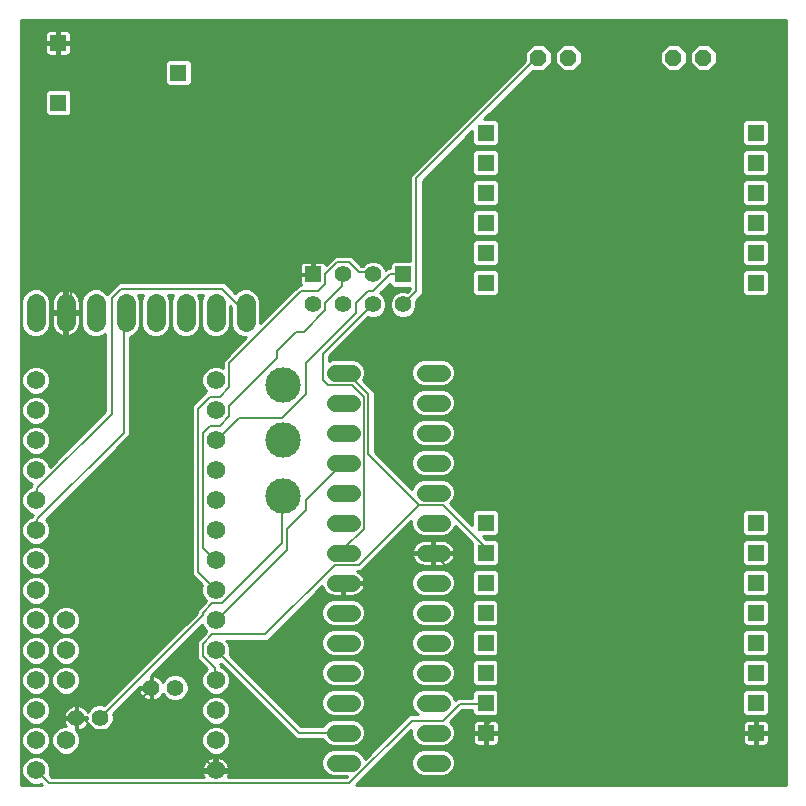
<source format=gbl>
G75*
%MOIN*%
%OFA0B0*%
%FSLAX25Y25*%
%IPPOS*%
%LPD*%
%AMOC8*
5,1,8,0,0,1.08239X$1,22.5*
%
%ADD10C,0.05600*%
%ADD11OC8,0.05600*%
%ADD12C,0.06400*%
%ADD13C,0.06200*%
%ADD14R,0.05550X0.05550*%
%ADD15C,0.05550*%
%ADD16C,0.05600*%
%ADD17C,0.11811*%
%ADD18C,0.00800*%
%ADD19C,0.01000*%
D10*
X0041056Y0073933D03*
X0048930Y0073933D03*
X0066056Y0083933D03*
X0073930Y0083933D03*
D11*
X0194993Y0293933D03*
X0204993Y0293933D03*
X0239993Y0293933D03*
X0249993Y0293933D03*
D12*
X0097493Y0212133D02*
X0097493Y0205733D01*
X0087493Y0205733D02*
X0087493Y0212133D01*
X0077493Y0212133D02*
X0077493Y0205733D01*
X0067493Y0205733D02*
X0067493Y0212133D01*
X0057493Y0212133D02*
X0057493Y0205733D01*
X0047493Y0205733D02*
X0047493Y0212133D01*
X0037493Y0212133D02*
X0037493Y0205733D01*
X0027493Y0205733D02*
X0027493Y0212133D01*
D13*
X0027493Y0186433D03*
X0027493Y0176433D03*
X0027493Y0166433D03*
X0027493Y0156433D03*
X0027493Y0146433D03*
X0027493Y0136433D03*
X0027493Y0126433D03*
X0027493Y0116433D03*
X0027493Y0106433D03*
X0037493Y0106433D03*
X0037493Y0096433D03*
X0027493Y0096433D03*
X0027493Y0086433D03*
X0037493Y0086433D03*
X0027493Y0076433D03*
X0027493Y0066433D03*
X0037493Y0066433D03*
X0027493Y0056433D03*
X0087493Y0056433D03*
X0087493Y0066433D03*
X0087493Y0076433D03*
X0087493Y0086433D03*
X0087493Y0096433D03*
X0087493Y0106433D03*
X0087493Y0116433D03*
X0087493Y0126433D03*
X0087493Y0136433D03*
X0087493Y0146433D03*
X0087493Y0156433D03*
X0087493Y0166433D03*
X0087493Y0176433D03*
X0087493Y0186433D03*
D14*
X0119934Y0221738D03*
X0149934Y0221738D03*
X0177493Y0218933D03*
X0177493Y0228933D03*
X0177493Y0238933D03*
X0177493Y0248933D03*
X0177493Y0258933D03*
X0177493Y0268933D03*
X0267493Y0268933D03*
X0267493Y0258933D03*
X0267493Y0248933D03*
X0267493Y0238933D03*
X0267493Y0228933D03*
X0267493Y0218933D03*
X0267493Y0138933D03*
X0267493Y0128933D03*
X0267493Y0118933D03*
X0267493Y0108933D03*
X0267493Y0098933D03*
X0267493Y0088933D03*
X0267493Y0078933D03*
X0267493Y0068933D03*
X0177493Y0068933D03*
X0177493Y0078933D03*
X0177493Y0088933D03*
X0177493Y0098933D03*
X0177493Y0108933D03*
X0177493Y0118933D03*
X0177493Y0128933D03*
X0177493Y0138933D03*
X0034993Y0278933D03*
X0034993Y0298933D03*
X0074993Y0288933D03*
D15*
X0129934Y0221738D03*
X0139934Y0221738D03*
X0139934Y0211738D03*
X0129934Y0211738D03*
X0119934Y0211738D03*
X0149934Y0211738D03*
D16*
X0157193Y0188933D02*
X0162793Y0188933D01*
X0162793Y0178933D02*
X0157193Y0178933D01*
X0157193Y0168933D02*
X0162793Y0168933D01*
X0162793Y0158933D02*
X0157193Y0158933D01*
X0157193Y0148933D02*
X0162793Y0148933D01*
X0162793Y0138933D02*
X0157193Y0138933D01*
X0157193Y0128933D02*
X0162793Y0128933D01*
X0162793Y0118933D02*
X0157193Y0118933D01*
X0157193Y0108933D02*
X0162793Y0108933D01*
X0162793Y0098933D02*
X0157193Y0098933D01*
X0157193Y0088933D02*
X0162793Y0088933D01*
X0162793Y0078933D02*
X0157193Y0078933D01*
X0157193Y0068933D02*
X0162793Y0068933D01*
X0162793Y0058933D02*
X0157193Y0058933D01*
X0132793Y0058933D02*
X0127193Y0058933D01*
X0127193Y0068933D02*
X0132793Y0068933D01*
X0132793Y0078933D02*
X0127193Y0078933D01*
X0127193Y0088933D02*
X0132793Y0088933D01*
X0132793Y0098933D02*
X0127193Y0098933D01*
X0127193Y0108933D02*
X0132793Y0108933D01*
X0132793Y0118933D02*
X0127193Y0118933D01*
X0127193Y0128933D02*
X0132793Y0128933D01*
X0132793Y0138933D02*
X0127193Y0138933D01*
X0127193Y0148933D02*
X0132793Y0148933D01*
X0132793Y0158933D02*
X0127193Y0158933D01*
X0127193Y0168933D02*
X0132793Y0168933D01*
X0132793Y0178933D02*
X0127193Y0178933D01*
X0127193Y0188933D02*
X0132793Y0188933D01*
D17*
X0109993Y0184933D03*
X0109993Y0166433D03*
X0109993Y0147933D03*
D18*
X0109593Y0147333D01*
X0109593Y0132133D01*
X0089593Y0112133D01*
X0086393Y0112133D01*
X0083193Y0108933D01*
X0083193Y0108133D01*
X0049593Y0074533D01*
X0048930Y0073933D01*
X0047193Y0069733D02*
X0051993Y0069733D01*
X0063193Y0080933D01*
X0087193Y0056933D01*
X0087493Y0056433D01*
X0115193Y0068933D02*
X0087993Y0096133D01*
X0087493Y0096433D01*
X0083193Y0094533D02*
X0083193Y0098533D01*
X0086393Y0101733D01*
X0103993Y0101733D01*
X0127193Y0124933D01*
X0135193Y0124933D01*
X0155193Y0144933D01*
X0138393Y0161733D01*
X0138393Y0181733D01*
X0131193Y0188933D01*
X0129993Y0188933D01*
X0132793Y0184933D02*
X0124793Y0184933D01*
X0123193Y0186533D01*
X0123193Y0195333D01*
X0139193Y0211333D01*
X0139934Y0211738D01*
X0139993Y0216133D02*
X0138393Y0216133D01*
X0134393Y0212133D01*
X0134393Y0208933D01*
X0117593Y0192133D01*
X0117593Y0181733D01*
X0109593Y0173733D01*
X0095193Y0173733D01*
X0087993Y0166533D01*
X0087493Y0166433D01*
X0083193Y0168933D02*
X0083193Y0130533D01*
X0087193Y0126533D01*
X0087493Y0126433D01*
X0081593Y0122533D02*
X0087193Y0116933D01*
X0087493Y0116433D01*
X0081593Y0122533D02*
X0081593Y0176933D01*
X0085593Y0180933D01*
X0088793Y0180933D01*
X0091993Y0184133D01*
X0091993Y0192133D01*
X0115993Y0216133D01*
X0121593Y0216133D01*
X0123993Y0218533D01*
X0123993Y0221733D01*
X0127993Y0225733D01*
X0131993Y0225733D01*
X0135193Y0222533D01*
X0139193Y0222533D01*
X0139934Y0221738D01*
X0139993Y0216133D02*
X0145593Y0221733D01*
X0149593Y0221733D01*
X0149934Y0221738D01*
X0154393Y0216133D02*
X0150393Y0212133D01*
X0149934Y0211738D01*
X0154393Y0216133D02*
X0154393Y0253733D01*
X0194393Y0293733D01*
X0194993Y0293933D01*
X0129934Y0221738D02*
X0129593Y0221733D01*
X0129593Y0217733D01*
X0123993Y0212133D01*
X0123993Y0209733D01*
X0116793Y0202533D01*
X0114393Y0202533D01*
X0107993Y0196133D01*
X0107993Y0193733D01*
X0091993Y0177733D01*
X0091993Y0174533D01*
X0088793Y0171333D01*
X0085593Y0171333D01*
X0083193Y0168933D01*
X0056793Y0168933D02*
X0056793Y0208933D01*
X0057493Y0208933D01*
X0052793Y0213733D02*
X0055993Y0216933D01*
X0089593Y0216933D01*
X0097593Y0208933D01*
X0097493Y0208933D01*
X0132793Y0184933D02*
X0136793Y0180933D01*
X0136793Y0136933D01*
X0130393Y0130533D01*
X0130393Y0128933D01*
X0129993Y0128933D01*
X0111193Y0129733D02*
X0087993Y0106533D01*
X0087493Y0106433D01*
X0083193Y0094533D02*
X0087193Y0090533D01*
X0087193Y0086533D01*
X0087493Y0086433D01*
X0066056Y0083933D02*
X0065593Y0083333D01*
X0063193Y0080933D01*
X0047193Y0069733D02*
X0043193Y0073733D01*
X0041593Y0073733D01*
X0041056Y0073933D01*
X0027993Y0056133D02*
X0027493Y0056433D01*
X0027993Y0056133D02*
X0031993Y0052133D01*
X0131993Y0052133D01*
X0152793Y0072933D01*
X0163193Y0072933D01*
X0168793Y0078533D01*
X0176793Y0078533D01*
X0177493Y0078933D01*
X0181593Y0075333D02*
X0187993Y0068933D01*
X0267493Y0068933D01*
X0181593Y0075333D02*
X0177593Y0071333D01*
X0177593Y0068933D01*
X0177493Y0068933D01*
X0181593Y0075333D02*
X0181593Y0112133D01*
X0179193Y0114533D01*
X0174393Y0114533D01*
X0159993Y0128933D01*
X0163193Y0144933D02*
X0155193Y0144933D01*
X0163193Y0144933D02*
X0176793Y0131333D01*
X0176793Y0128933D01*
X0177493Y0128933D01*
X0129993Y0158933D02*
X0117593Y0146533D01*
X0117593Y0143333D01*
X0111193Y0136933D01*
X0111193Y0129733D01*
X0056793Y0168933D02*
X0027993Y0140133D01*
X0027993Y0136933D01*
X0027493Y0136433D01*
X0027493Y0146433D02*
X0027993Y0146533D01*
X0027993Y0150533D01*
X0052793Y0175333D01*
X0052793Y0213733D01*
X0039193Y0210533D02*
X0037593Y0208933D01*
X0037493Y0208933D01*
X0039193Y0210533D02*
X0039193Y0282533D01*
X0035193Y0286533D01*
X0035193Y0298533D01*
X0034993Y0298933D01*
X0115193Y0068933D02*
X0129993Y0068933D01*
D19*
X0022493Y0051433D02*
X0022493Y0306433D01*
X0277493Y0306433D01*
X0277493Y0051433D01*
X0134263Y0051433D01*
X0152718Y0069888D01*
X0152693Y0069828D01*
X0152693Y0068038D01*
X0153378Y0066384D01*
X0154644Y0065118D01*
X0156298Y0064433D01*
X0163688Y0064433D01*
X0165342Y0065118D01*
X0166608Y0066384D01*
X0167293Y0068038D01*
X0167293Y0069828D01*
X0166608Y0071482D01*
X0165660Y0072430D01*
X0169663Y0076433D01*
X0173018Y0076433D01*
X0173018Y0075454D01*
X0174014Y0074458D01*
X0180972Y0074458D01*
X0181968Y0075454D01*
X0181968Y0082412D01*
X0180972Y0083408D01*
X0174014Y0083408D01*
X0173018Y0082412D01*
X0173018Y0080633D01*
X0167923Y0080633D01*
X0167242Y0079952D01*
X0166608Y0081482D01*
X0165342Y0082748D01*
X0163688Y0083433D01*
X0156298Y0083433D01*
X0154644Y0082748D01*
X0153378Y0081482D01*
X0152693Y0079828D01*
X0152693Y0078038D01*
X0153378Y0076384D01*
X0154644Y0075118D01*
X0154849Y0075033D01*
X0151923Y0075033D01*
X0137125Y0060235D01*
X0136608Y0061482D01*
X0135342Y0062748D01*
X0133688Y0063433D01*
X0126298Y0063433D01*
X0124644Y0062748D01*
X0123378Y0061482D01*
X0122693Y0059828D01*
X0122693Y0058038D01*
X0123378Y0056384D01*
X0124644Y0055118D01*
X0126298Y0054433D01*
X0131323Y0054433D01*
X0131123Y0054233D01*
X0091535Y0054233D01*
X0091756Y0054667D01*
X0091980Y0055356D01*
X0092079Y0055983D01*
X0087943Y0055983D01*
X0087943Y0056883D01*
X0092079Y0056883D01*
X0091980Y0057510D01*
X0091756Y0058199D01*
X0091427Y0058844D01*
X0091002Y0059430D01*
X0090490Y0059942D01*
X0089904Y0060367D01*
X0089259Y0060696D01*
X0088570Y0060920D01*
X0087943Y0061019D01*
X0087943Y0056883D01*
X0087043Y0056883D01*
X0087043Y0055983D01*
X0082907Y0055983D01*
X0083006Y0055356D01*
X0083230Y0054667D01*
X0083451Y0054233D01*
X0032863Y0054233D01*
X0032095Y0055001D01*
X0032293Y0055478D01*
X0032293Y0057388D01*
X0031562Y0059152D01*
X0030212Y0060502D01*
X0028448Y0061233D01*
X0026538Y0061233D01*
X0024774Y0060502D01*
X0023424Y0059152D01*
X0022693Y0057388D01*
X0022693Y0055478D01*
X0023424Y0053714D01*
X0024774Y0052364D01*
X0026538Y0051633D01*
X0028448Y0051633D01*
X0029208Y0051948D01*
X0029723Y0051433D01*
X0022493Y0051433D01*
X0022493Y0051929D02*
X0025825Y0051929D01*
X0024211Y0052927D02*
X0022493Y0052927D01*
X0022493Y0053926D02*
X0023336Y0053926D01*
X0022923Y0054924D02*
X0022493Y0054924D01*
X0022493Y0055923D02*
X0022693Y0055923D01*
X0022693Y0056921D02*
X0022493Y0056921D01*
X0022493Y0057920D02*
X0022913Y0057920D01*
X0023327Y0058918D02*
X0022493Y0058918D01*
X0022493Y0059917D02*
X0024188Y0059917D01*
X0025771Y0060915D02*
X0022493Y0060915D01*
X0022493Y0061914D02*
X0025861Y0061914D01*
X0026538Y0061633D02*
X0024774Y0062364D01*
X0023424Y0063714D01*
X0022693Y0065478D01*
X0022693Y0067388D01*
X0023424Y0069152D01*
X0024774Y0070502D01*
X0026538Y0071233D01*
X0028448Y0071233D01*
X0030212Y0070502D01*
X0031562Y0069152D01*
X0032293Y0067388D01*
X0032293Y0065478D01*
X0031562Y0063714D01*
X0030212Y0062364D01*
X0028448Y0061633D01*
X0026538Y0061633D01*
X0029125Y0061914D02*
X0035861Y0061914D01*
X0036538Y0061633D02*
X0038448Y0061633D01*
X0040212Y0062364D01*
X0041562Y0063714D01*
X0042293Y0065478D01*
X0042293Y0067388D01*
X0041562Y0069152D01*
X0040769Y0069946D01*
X0040769Y0073646D01*
X0041343Y0073646D01*
X0041343Y0069633D01*
X0041394Y0069633D01*
X0042063Y0069739D01*
X0042707Y0069948D01*
X0043310Y0070255D01*
X0043857Y0070653D01*
X0044336Y0071132D01*
X0044734Y0071679D01*
X0044877Y0071960D01*
X0045115Y0071384D01*
X0046381Y0070118D01*
X0048035Y0069433D01*
X0049825Y0069433D01*
X0051479Y0070118D01*
X0052745Y0071384D01*
X0053430Y0073038D01*
X0053430Y0074828D01*
X0053262Y0075233D01*
X0062250Y0084220D01*
X0065769Y0084220D01*
X0065769Y0083646D01*
X0066343Y0083646D01*
X0066343Y0079633D01*
X0066394Y0079633D01*
X0067063Y0079739D01*
X0067707Y0079948D01*
X0068310Y0080255D01*
X0068857Y0080653D01*
X0069336Y0081132D01*
X0069734Y0081679D01*
X0069877Y0081960D01*
X0070115Y0081384D01*
X0071381Y0080118D01*
X0073035Y0079433D01*
X0074825Y0079433D01*
X0076479Y0080118D01*
X0077745Y0081384D01*
X0078430Y0083038D01*
X0078430Y0084828D01*
X0077745Y0086482D01*
X0076479Y0087748D01*
X0074825Y0088433D01*
X0073035Y0088433D01*
X0071381Y0087748D01*
X0070115Y0086482D01*
X0069877Y0085906D01*
X0069734Y0086187D01*
X0069336Y0086734D01*
X0068857Y0087213D01*
X0068310Y0087611D01*
X0067707Y0087918D01*
X0067063Y0088127D01*
X0066394Y0088233D01*
X0066343Y0088233D01*
X0066343Y0084221D01*
X0065769Y0084221D01*
X0065769Y0087739D01*
X0082932Y0104902D01*
X0083424Y0103714D01*
X0084414Y0102724D01*
X0084293Y0102603D01*
X0081093Y0099403D01*
X0081093Y0093663D01*
X0082323Y0092433D01*
X0084514Y0090242D01*
X0083424Y0089152D01*
X0082693Y0087388D01*
X0082693Y0085478D01*
X0083424Y0083714D01*
X0084774Y0082364D01*
X0086538Y0081633D01*
X0088448Y0081633D01*
X0090212Y0082364D01*
X0091562Y0083714D01*
X0092293Y0085478D01*
X0092293Y0087388D01*
X0091562Y0089152D01*
X0090212Y0090502D01*
X0089293Y0090883D01*
X0089293Y0091403D01*
X0088883Y0091813D01*
X0089208Y0091948D01*
X0114323Y0066833D01*
X0123192Y0066833D01*
X0123378Y0066384D01*
X0124644Y0065118D01*
X0126298Y0064433D01*
X0133688Y0064433D01*
X0135342Y0065118D01*
X0136608Y0066384D01*
X0137293Y0068038D01*
X0137293Y0069828D01*
X0136608Y0071482D01*
X0135342Y0072748D01*
X0133688Y0073433D01*
X0126298Y0073433D01*
X0124644Y0072748D01*
X0123378Y0071482D01*
X0123192Y0071033D01*
X0116063Y0071033D01*
X0092095Y0095001D01*
X0092293Y0095478D01*
X0092293Y0097388D01*
X0091562Y0099152D01*
X0091081Y0099633D01*
X0104863Y0099633D01*
X0123037Y0117808D01*
X0123208Y0117282D01*
X0123515Y0116679D01*
X0123913Y0116132D01*
X0124392Y0115653D01*
X0124939Y0115255D01*
X0125542Y0114948D01*
X0126186Y0114739D01*
X0126855Y0114633D01*
X0129693Y0114633D01*
X0129693Y0118633D01*
X0130293Y0118633D01*
X0130293Y0114633D01*
X0133131Y0114633D01*
X0133800Y0114739D01*
X0134444Y0114948D01*
X0135047Y0115255D01*
X0135594Y0115653D01*
X0136073Y0116132D01*
X0136471Y0116679D01*
X0136778Y0117282D01*
X0136987Y0117926D01*
X0137093Y0118595D01*
X0137093Y0118633D01*
X0130293Y0118633D01*
X0130293Y0119233D01*
X0137093Y0119233D01*
X0137093Y0119271D01*
X0136987Y0119940D01*
X0136778Y0120584D01*
X0136471Y0121187D01*
X0136073Y0121734D01*
X0135594Y0122213D01*
X0135047Y0122611D01*
X0134610Y0122833D01*
X0136063Y0122833D01*
X0152693Y0139463D01*
X0152693Y0138038D01*
X0153378Y0136384D01*
X0154644Y0135118D01*
X0156298Y0134433D01*
X0163688Y0134433D01*
X0165342Y0135118D01*
X0166608Y0136384D01*
X0167242Y0137914D01*
X0173018Y0132138D01*
X0173018Y0125454D01*
X0174014Y0124458D01*
X0180972Y0124458D01*
X0181968Y0125454D01*
X0181968Y0132412D01*
X0180972Y0133408D01*
X0177688Y0133408D01*
X0176638Y0134458D01*
X0180972Y0134458D01*
X0181968Y0135454D01*
X0181968Y0142412D01*
X0180972Y0143408D01*
X0174014Y0143408D01*
X0173018Y0142412D01*
X0173018Y0138078D01*
X0165660Y0145436D01*
X0166608Y0146384D01*
X0167293Y0148038D01*
X0167293Y0149828D01*
X0166608Y0151482D01*
X0165342Y0152748D01*
X0163688Y0153433D01*
X0156298Y0153433D01*
X0154644Y0152748D01*
X0153378Y0151482D01*
X0152861Y0150235D01*
X0140493Y0162603D01*
X0140493Y0182603D01*
X0136638Y0186458D01*
X0137293Y0188038D01*
X0137293Y0189828D01*
X0136608Y0191482D01*
X0135342Y0192748D01*
X0133688Y0193433D01*
X0126298Y0193433D01*
X0125293Y0193017D01*
X0125293Y0194463D01*
X0138372Y0207542D01*
X0139044Y0207263D01*
X0140824Y0207263D01*
X0142469Y0207945D01*
X0143727Y0209203D01*
X0144409Y0210848D01*
X0144409Y0212628D01*
X0143727Y0214273D01*
X0142469Y0215532D01*
X0142393Y0215563D01*
X0145459Y0218629D01*
X0145459Y0218259D01*
X0146455Y0217263D01*
X0152293Y0217263D01*
X0152293Y0217003D01*
X0151304Y0216014D01*
X0150824Y0216213D01*
X0149044Y0216213D01*
X0147399Y0215532D01*
X0146140Y0214273D01*
X0145459Y0212628D01*
X0145459Y0210848D01*
X0146140Y0209203D01*
X0147399Y0207945D01*
X0149044Y0207263D01*
X0150824Y0207263D01*
X0152469Y0207945D01*
X0153727Y0209203D01*
X0154409Y0210848D01*
X0154409Y0212628D01*
X0154247Y0213018D01*
X0156493Y0215263D01*
X0156493Y0252863D01*
X0173018Y0269388D01*
X0173018Y0265454D01*
X0174014Y0264458D01*
X0180972Y0264458D01*
X0181968Y0265454D01*
X0181968Y0272412D01*
X0180972Y0273408D01*
X0177038Y0273408D01*
X0193096Y0289466D01*
X0193129Y0289433D01*
X0196857Y0289433D01*
X0199493Y0292069D01*
X0199493Y0295797D01*
X0196857Y0298433D01*
X0193129Y0298433D01*
X0190493Y0295797D01*
X0190493Y0292803D01*
X0153523Y0255833D01*
X0152293Y0254603D01*
X0152293Y0226213D01*
X0146455Y0226213D01*
X0145459Y0225217D01*
X0145459Y0223833D01*
X0144723Y0223833D01*
X0144148Y0223258D01*
X0143727Y0224273D01*
X0142469Y0225532D01*
X0140824Y0226213D01*
X0139044Y0226213D01*
X0137399Y0225532D01*
X0136501Y0224633D01*
X0136063Y0224633D01*
X0134093Y0226603D01*
X0132863Y0227833D01*
X0127123Y0227833D01*
X0124165Y0224875D01*
X0124107Y0225092D01*
X0123909Y0225434D01*
X0123630Y0225713D01*
X0123288Y0225911D01*
X0122906Y0226013D01*
X0120221Y0226013D01*
X0120221Y0222026D01*
X0119647Y0222026D01*
X0119647Y0226013D01*
X0116962Y0226013D01*
X0116580Y0225911D01*
X0116238Y0225713D01*
X0115959Y0225434D01*
X0115761Y0225092D01*
X0115659Y0224710D01*
X0115659Y0222026D01*
X0119646Y0222026D01*
X0119646Y0221451D01*
X0115659Y0221451D01*
X0115659Y0218766D01*
X0115761Y0218384D01*
X0115849Y0218233D01*
X0115123Y0218233D01*
X0102393Y0205503D01*
X0102393Y0213108D01*
X0101647Y0214909D01*
X0100269Y0216287D01*
X0098468Y0217033D01*
X0096518Y0217033D01*
X0094717Y0216287D01*
X0093963Y0215533D01*
X0090463Y0219033D01*
X0055123Y0219033D01*
X0053893Y0217803D01*
X0051323Y0215233D01*
X0050269Y0216287D01*
X0048468Y0217033D01*
X0046518Y0217033D01*
X0044717Y0216287D01*
X0043339Y0214909D01*
X0042593Y0213108D01*
X0042593Y0204758D01*
X0043339Y0202957D01*
X0044717Y0201579D01*
X0046518Y0200833D01*
X0048468Y0200833D01*
X0050269Y0201579D01*
X0050693Y0202003D01*
X0050693Y0176203D01*
X0032171Y0157681D01*
X0031562Y0159152D01*
X0030212Y0160502D01*
X0028448Y0161233D01*
X0026538Y0161233D01*
X0024774Y0160502D01*
X0023424Y0159152D01*
X0022693Y0157388D01*
X0022693Y0155478D01*
X0023424Y0153714D01*
X0024774Y0152364D01*
X0026245Y0151755D01*
X0025893Y0151403D01*
X0025893Y0150966D01*
X0024774Y0150502D01*
X0023424Y0149152D01*
X0022693Y0147388D01*
X0022693Y0145478D01*
X0023424Y0143714D01*
X0024774Y0142364D01*
X0026528Y0141637D01*
X0025893Y0141003D01*
X0025893Y0140966D01*
X0024774Y0140502D01*
X0023424Y0139152D01*
X0022693Y0137388D01*
X0022693Y0135478D01*
X0023424Y0133714D01*
X0024774Y0132364D01*
X0026538Y0131633D01*
X0028448Y0131633D01*
X0030212Y0132364D01*
X0031562Y0133714D01*
X0032293Y0135478D01*
X0032293Y0137388D01*
X0031562Y0139152D01*
X0030772Y0139942D01*
X0057663Y0166833D01*
X0058893Y0168063D01*
X0058893Y0201009D01*
X0060269Y0201579D01*
X0061647Y0202957D01*
X0062393Y0204758D01*
X0062393Y0213108D01*
X0061678Y0214833D01*
X0063308Y0214833D01*
X0062593Y0213108D01*
X0062593Y0204758D01*
X0063339Y0202957D01*
X0064717Y0201579D01*
X0066518Y0200833D01*
X0068468Y0200833D01*
X0070269Y0201579D01*
X0071647Y0202957D01*
X0072393Y0204758D01*
X0072393Y0213108D01*
X0071678Y0214833D01*
X0073308Y0214833D01*
X0072593Y0213108D01*
X0072593Y0204758D01*
X0073339Y0202957D01*
X0074717Y0201579D01*
X0076518Y0200833D01*
X0078468Y0200833D01*
X0080269Y0201579D01*
X0081647Y0202957D01*
X0082393Y0204758D01*
X0082393Y0213108D01*
X0081678Y0214833D01*
X0083308Y0214833D01*
X0082593Y0213108D01*
X0082593Y0204758D01*
X0083339Y0202957D01*
X0084717Y0201579D01*
X0086518Y0200833D01*
X0088468Y0200833D01*
X0090269Y0201579D01*
X0091647Y0202957D01*
X0092393Y0204758D01*
X0092393Y0211163D01*
X0092593Y0210963D01*
X0092593Y0204758D01*
X0093339Y0202957D01*
X0094717Y0201579D01*
X0096518Y0200833D01*
X0097723Y0200833D01*
X0091123Y0194233D01*
X0089893Y0193003D01*
X0089893Y0190634D01*
X0088448Y0191233D01*
X0086538Y0191233D01*
X0084774Y0190502D01*
X0083424Y0189152D01*
X0082693Y0187388D01*
X0082693Y0185478D01*
X0083424Y0183714D01*
X0084414Y0182724D01*
X0080723Y0179033D01*
X0079493Y0177803D01*
X0079493Y0121663D01*
X0083008Y0118148D01*
X0082693Y0117388D01*
X0082693Y0115478D01*
X0083424Y0113714D01*
X0084214Y0112924D01*
X0081093Y0109803D01*
X0081093Y0109003D01*
X0050319Y0078229D01*
X0049825Y0078433D01*
X0048035Y0078433D01*
X0046381Y0077748D01*
X0045115Y0076482D01*
X0044877Y0075906D01*
X0044734Y0076187D01*
X0044336Y0076734D01*
X0043857Y0077213D01*
X0043310Y0077611D01*
X0042707Y0077918D01*
X0042063Y0078127D01*
X0041394Y0078233D01*
X0041343Y0078233D01*
X0041343Y0074221D01*
X0040769Y0074221D01*
X0040769Y0078233D01*
X0040718Y0078233D01*
X0040049Y0078127D01*
X0039405Y0077918D01*
X0038802Y0077611D01*
X0038255Y0077213D01*
X0037776Y0076734D01*
X0037378Y0076187D01*
X0037071Y0075584D01*
X0036862Y0074940D01*
X0036756Y0074271D01*
X0036756Y0074220D01*
X0040769Y0074220D01*
X0040769Y0073646D01*
X0036756Y0073646D01*
X0036756Y0073595D01*
X0036862Y0072926D01*
X0037071Y0072282D01*
X0037378Y0071679D01*
X0037703Y0071233D01*
X0036538Y0071233D01*
X0034774Y0070502D01*
X0033424Y0069152D01*
X0032693Y0067388D01*
X0032693Y0065478D01*
X0033424Y0063714D01*
X0034774Y0062364D01*
X0036538Y0061633D01*
X0039125Y0061914D02*
X0085861Y0061914D01*
X0086538Y0061633D02*
X0088448Y0061633D01*
X0090212Y0062364D01*
X0091562Y0063714D01*
X0092293Y0065478D01*
X0092293Y0067388D01*
X0091562Y0069152D01*
X0090212Y0070502D01*
X0088448Y0071233D01*
X0086538Y0071233D01*
X0084774Y0070502D01*
X0083424Y0069152D01*
X0082693Y0067388D01*
X0082693Y0065478D01*
X0083424Y0063714D01*
X0084774Y0062364D01*
X0086538Y0061633D01*
X0086416Y0060920D02*
X0085727Y0060696D01*
X0085082Y0060367D01*
X0084496Y0059942D01*
X0083984Y0059430D01*
X0083559Y0058844D01*
X0083230Y0058199D01*
X0083006Y0057510D01*
X0082907Y0056883D01*
X0087043Y0056883D01*
X0087043Y0061019D01*
X0086416Y0060920D01*
X0086402Y0060915D02*
X0029215Y0060915D01*
X0030798Y0059917D02*
X0084471Y0059917D01*
X0083613Y0058918D02*
X0031659Y0058918D01*
X0032073Y0057920D02*
X0083139Y0057920D01*
X0082913Y0056921D02*
X0032293Y0056921D01*
X0032293Y0055923D02*
X0082916Y0055923D01*
X0083147Y0054924D02*
X0032172Y0054924D01*
X0029228Y0051929D02*
X0029161Y0051929D01*
X0030760Y0062912D02*
X0034226Y0062912D01*
X0033342Y0063911D02*
X0031644Y0063911D01*
X0032057Y0064909D02*
X0032929Y0064909D01*
X0032693Y0065908D02*
X0032293Y0065908D01*
X0032293Y0066906D02*
X0032693Y0066906D01*
X0032907Y0067905D02*
X0032079Y0067905D01*
X0031665Y0068903D02*
X0033321Y0068903D01*
X0034174Y0069902D02*
X0030812Y0069902D01*
X0029251Y0070900D02*
X0035735Y0070900D01*
X0037266Y0071899D02*
X0029089Y0071899D01*
X0028448Y0071633D02*
X0030212Y0072364D01*
X0031562Y0073714D01*
X0032293Y0075478D01*
X0032293Y0077388D01*
X0031562Y0079152D01*
X0030212Y0080502D01*
X0028448Y0081233D01*
X0026538Y0081233D01*
X0024774Y0080502D01*
X0023424Y0079152D01*
X0022693Y0077388D01*
X0022693Y0075478D01*
X0023424Y0073714D01*
X0024774Y0072364D01*
X0026538Y0071633D01*
X0028448Y0071633D01*
X0025897Y0071899D02*
X0022493Y0071899D01*
X0022493Y0072897D02*
X0024241Y0072897D01*
X0023348Y0073896D02*
X0022493Y0073896D01*
X0022493Y0074894D02*
X0022935Y0074894D01*
X0022693Y0075893D02*
X0022493Y0075893D01*
X0022493Y0076891D02*
X0022693Y0076891D01*
X0022493Y0077890D02*
X0022901Y0077890D01*
X0022493Y0078888D02*
X0023315Y0078888D01*
X0022493Y0079887D02*
X0024159Y0079887D01*
X0025699Y0080885D02*
X0022493Y0080885D01*
X0022493Y0081884D02*
X0025933Y0081884D01*
X0026538Y0081633D02*
X0024774Y0082364D01*
X0023424Y0083714D01*
X0022693Y0085478D01*
X0022693Y0087388D01*
X0023424Y0089152D01*
X0024774Y0090502D01*
X0026538Y0091233D01*
X0028448Y0091233D01*
X0030212Y0090502D01*
X0031562Y0089152D01*
X0032293Y0087388D01*
X0032293Y0085478D01*
X0031562Y0083714D01*
X0030212Y0082364D01*
X0028448Y0081633D01*
X0026538Y0081633D01*
X0029053Y0081884D02*
X0035933Y0081884D01*
X0036538Y0081633D02*
X0038448Y0081633D01*
X0040212Y0082364D01*
X0041562Y0083714D01*
X0042293Y0085478D01*
X0042293Y0087388D01*
X0041562Y0089152D01*
X0040212Y0090502D01*
X0038448Y0091233D01*
X0036538Y0091233D01*
X0034774Y0090502D01*
X0033424Y0089152D01*
X0032693Y0087388D01*
X0032693Y0085478D01*
X0033424Y0083714D01*
X0034774Y0082364D01*
X0036538Y0081633D01*
X0039053Y0081884D02*
X0053974Y0081884D01*
X0054973Y0082882D02*
X0040731Y0082882D01*
X0041631Y0083881D02*
X0055971Y0083881D01*
X0056970Y0084879D02*
X0042045Y0084879D01*
X0042293Y0085878D02*
X0057968Y0085878D01*
X0058967Y0086876D02*
X0042293Y0086876D01*
X0042091Y0087875D02*
X0059965Y0087875D01*
X0060964Y0088873D02*
X0041678Y0088873D01*
X0040842Y0089872D02*
X0061962Y0089872D01*
X0062961Y0090871D02*
X0039323Y0090871D01*
X0039017Y0091869D02*
X0063959Y0091869D01*
X0064958Y0092868D02*
X0040716Y0092868D01*
X0040212Y0092364D02*
X0041562Y0093714D01*
X0042293Y0095478D01*
X0042293Y0097388D01*
X0041562Y0099152D01*
X0040212Y0100502D01*
X0038448Y0101233D01*
X0036538Y0101233D01*
X0034774Y0100502D01*
X0033424Y0099152D01*
X0032693Y0097388D01*
X0032693Y0095478D01*
X0033424Y0093714D01*
X0034774Y0092364D01*
X0036538Y0091633D01*
X0038448Y0091633D01*
X0040212Y0092364D01*
X0041625Y0093866D02*
X0065956Y0093866D01*
X0066955Y0094865D02*
X0042039Y0094865D01*
X0042293Y0095863D02*
X0067953Y0095863D01*
X0068952Y0096862D02*
X0042293Y0096862D01*
X0042097Y0097860D02*
X0069950Y0097860D01*
X0070949Y0098859D02*
X0041684Y0098859D01*
X0040857Y0099857D02*
X0071947Y0099857D01*
X0072946Y0100856D02*
X0039359Y0100856D01*
X0038982Y0101854D02*
X0073944Y0101854D01*
X0074943Y0102853D02*
X0040701Y0102853D01*
X0040212Y0102364D02*
X0041562Y0103714D01*
X0042293Y0105478D01*
X0042293Y0107388D01*
X0041562Y0109152D01*
X0040212Y0110502D01*
X0038448Y0111233D01*
X0036538Y0111233D01*
X0034774Y0110502D01*
X0033424Y0109152D01*
X0032693Y0107388D01*
X0032693Y0105478D01*
X0033424Y0103714D01*
X0034774Y0102364D01*
X0036538Y0101633D01*
X0038448Y0101633D01*
X0040212Y0102364D01*
X0041619Y0103851D02*
X0075941Y0103851D01*
X0076940Y0104850D02*
X0042033Y0104850D01*
X0042293Y0105848D02*
X0077938Y0105848D01*
X0078937Y0106847D02*
X0042293Y0106847D01*
X0042104Y0107845D02*
X0079935Y0107845D01*
X0080934Y0108844D02*
X0041690Y0108844D01*
X0040872Y0109842D02*
X0081132Y0109842D01*
X0082131Y0110841D02*
X0039395Y0110841D01*
X0035591Y0110841D02*
X0029395Y0110841D01*
X0030212Y0110502D02*
X0028448Y0111233D01*
X0026538Y0111233D01*
X0024774Y0110502D01*
X0023424Y0109152D01*
X0022693Y0107388D01*
X0022693Y0105478D01*
X0023424Y0103714D01*
X0024774Y0102364D01*
X0026538Y0101633D01*
X0028448Y0101633D01*
X0030212Y0102364D01*
X0031562Y0103714D01*
X0032293Y0105478D01*
X0032293Y0107388D01*
X0031562Y0109152D01*
X0030212Y0110502D01*
X0030872Y0109842D02*
X0034114Y0109842D01*
X0033296Y0108844D02*
X0031690Y0108844D01*
X0032104Y0107845D02*
X0032882Y0107845D01*
X0032693Y0106847D02*
X0032293Y0106847D01*
X0032293Y0105848D02*
X0032693Y0105848D01*
X0032953Y0104850D02*
X0032033Y0104850D01*
X0031619Y0103851D02*
X0033367Y0103851D01*
X0034285Y0102853D02*
X0030701Y0102853D01*
X0028982Y0101854D02*
X0036004Y0101854D01*
X0035627Y0100856D02*
X0029359Y0100856D01*
X0030212Y0100502D02*
X0028448Y0101233D01*
X0026538Y0101233D01*
X0024774Y0100502D01*
X0023424Y0099152D01*
X0022693Y0097388D01*
X0022693Y0095478D01*
X0023424Y0093714D01*
X0024774Y0092364D01*
X0026538Y0091633D01*
X0028448Y0091633D01*
X0030212Y0092364D01*
X0031562Y0093714D01*
X0032293Y0095478D01*
X0032293Y0097388D01*
X0031562Y0099152D01*
X0030212Y0100502D01*
X0030857Y0099857D02*
X0034129Y0099857D01*
X0033302Y0098859D02*
X0031684Y0098859D01*
X0032097Y0097860D02*
X0032889Y0097860D01*
X0032693Y0096862D02*
X0032293Y0096862D01*
X0032293Y0095863D02*
X0032693Y0095863D01*
X0032947Y0094865D02*
X0032039Y0094865D01*
X0031625Y0093866D02*
X0033361Y0093866D01*
X0034270Y0092868D02*
X0030716Y0092868D01*
X0029017Y0091869D02*
X0035968Y0091869D01*
X0035663Y0090871D02*
X0029323Y0090871D01*
X0030842Y0089872D02*
X0034144Y0089872D01*
X0033308Y0088873D02*
X0031678Y0088873D01*
X0032091Y0087875D02*
X0032895Y0087875D01*
X0032693Y0086876D02*
X0032293Y0086876D01*
X0032293Y0085878D02*
X0032693Y0085878D01*
X0032941Y0084879D02*
X0032045Y0084879D01*
X0031631Y0083881D02*
X0033355Y0083881D01*
X0034255Y0082882D02*
X0030731Y0082882D01*
X0029287Y0080885D02*
X0052976Y0080885D01*
X0051977Y0079887D02*
X0030827Y0079887D01*
X0031671Y0078888D02*
X0050979Y0078888D01*
X0053923Y0075893D02*
X0082693Y0075893D01*
X0082693Y0075478D02*
X0083424Y0073714D01*
X0084774Y0072364D01*
X0086538Y0071633D01*
X0088448Y0071633D01*
X0090212Y0072364D01*
X0091562Y0073714D01*
X0092293Y0075478D01*
X0092293Y0077388D01*
X0091562Y0079152D01*
X0090212Y0080502D01*
X0088448Y0081233D01*
X0086538Y0081233D01*
X0084774Y0080502D01*
X0083424Y0079152D01*
X0082693Y0077388D01*
X0082693Y0075478D01*
X0082935Y0074894D02*
X0053403Y0074894D01*
X0053430Y0073896D02*
X0083348Y0073896D01*
X0084241Y0072897D02*
X0053372Y0072897D01*
X0052958Y0071899D02*
X0085897Y0071899D01*
X0085735Y0070900D02*
X0052261Y0070900D01*
X0050957Y0069902D02*
X0084174Y0069902D01*
X0083321Y0068903D02*
X0041665Y0068903D01*
X0041343Y0069902D02*
X0040812Y0069902D01*
X0040769Y0070900D02*
X0041343Y0070900D01*
X0041343Y0071899D02*
X0040769Y0071899D01*
X0040769Y0072897D02*
X0041343Y0072897D01*
X0041343Y0073646D02*
X0044430Y0073646D01*
X0044430Y0074220D01*
X0041343Y0074220D01*
X0041343Y0073646D01*
X0041343Y0073896D02*
X0044430Y0073896D01*
X0044845Y0071899D02*
X0044902Y0071899D01*
X0045599Y0070900D02*
X0044104Y0070900D01*
X0042564Y0069902D02*
X0046903Y0069902D01*
X0042079Y0067905D02*
X0082907Y0067905D01*
X0082693Y0066906D02*
X0042293Y0066906D01*
X0042293Y0065908D02*
X0082693Y0065908D01*
X0082929Y0064909D02*
X0042057Y0064909D01*
X0041644Y0063911D02*
X0083342Y0063911D01*
X0084226Y0062912D02*
X0040760Y0062912D01*
X0036871Y0072897D02*
X0030745Y0072897D01*
X0031638Y0073896D02*
X0040769Y0073896D01*
X0040769Y0074894D02*
X0041343Y0074894D01*
X0041343Y0075893D02*
X0040769Y0075893D01*
X0040769Y0076891D02*
X0041343Y0076891D01*
X0041343Y0077890D02*
X0040769Y0077890D01*
X0039350Y0077890D02*
X0032085Y0077890D01*
X0032293Y0076891D02*
X0037933Y0076891D01*
X0037229Y0075893D02*
X0032293Y0075893D01*
X0032051Y0074894D02*
X0036855Y0074894D01*
X0042762Y0077890D02*
X0046724Y0077890D01*
X0045524Y0076891D02*
X0044179Y0076891D01*
X0054921Y0076891D02*
X0082693Y0076891D01*
X0082901Y0077890D02*
X0055920Y0077890D01*
X0056918Y0078888D02*
X0083315Y0078888D01*
X0084159Y0079887D02*
X0075921Y0079887D01*
X0077246Y0080885D02*
X0085699Y0080885D01*
X0085933Y0081884D02*
X0077952Y0081884D01*
X0078366Y0082882D02*
X0084255Y0082882D01*
X0083355Y0083881D02*
X0078430Y0083881D01*
X0078409Y0084879D02*
X0082941Y0084879D01*
X0082693Y0085878D02*
X0077995Y0085878D01*
X0077351Y0086876D02*
X0082693Y0086876D01*
X0082895Y0087875D02*
X0076172Y0087875D01*
X0071688Y0087875D02*
X0067791Y0087875D01*
X0066903Y0088873D02*
X0083308Y0088873D01*
X0084144Y0089872D02*
X0067902Y0089872D01*
X0068900Y0090871D02*
X0083886Y0090871D01*
X0082887Y0091869D02*
X0069899Y0091869D01*
X0070897Y0092868D02*
X0081889Y0092868D01*
X0081093Y0093866D02*
X0071896Y0093866D01*
X0072894Y0094865D02*
X0081093Y0094865D01*
X0081093Y0095863D02*
X0073893Y0095863D01*
X0074891Y0096862D02*
X0081093Y0096862D01*
X0081093Y0097860D02*
X0075890Y0097860D01*
X0076888Y0098859D02*
X0081093Y0098859D01*
X0081547Y0099857D02*
X0077887Y0099857D01*
X0078885Y0100856D02*
X0082546Y0100856D01*
X0083544Y0101854D02*
X0079884Y0101854D01*
X0080882Y0102853D02*
X0084285Y0102853D01*
X0083367Y0103851D02*
X0081881Y0103851D01*
X0082879Y0104850D02*
X0082953Y0104850D01*
X0083129Y0111839D02*
X0028946Y0111839D01*
X0028448Y0111633D02*
X0030212Y0112364D01*
X0031562Y0113714D01*
X0032293Y0115478D01*
X0032293Y0117388D01*
X0031562Y0119152D01*
X0030212Y0120502D01*
X0028448Y0121233D01*
X0026538Y0121233D01*
X0024774Y0120502D01*
X0023424Y0119152D01*
X0022693Y0117388D01*
X0022693Y0115478D01*
X0023424Y0113714D01*
X0024774Y0112364D01*
X0026538Y0111633D01*
X0028448Y0111633D01*
X0026040Y0111839D02*
X0022493Y0111839D01*
X0022493Y0110841D02*
X0025591Y0110841D01*
X0024114Y0109842D02*
X0022493Y0109842D01*
X0022493Y0108844D02*
X0023296Y0108844D01*
X0022882Y0107845D02*
X0022493Y0107845D01*
X0022493Y0106847D02*
X0022693Y0106847D01*
X0022693Y0105848D02*
X0022493Y0105848D01*
X0022493Y0104850D02*
X0022953Y0104850D01*
X0023367Y0103851D02*
X0022493Y0103851D01*
X0022493Y0102853D02*
X0024285Y0102853D01*
X0026004Y0101854D02*
X0022493Y0101854D01*
X0022493Y0100856D02*
X0025627Y0100856D01*
X0024129Y0099857D02*
X0022493Y0099857D01*
X0022493Y0098859D02*
X0023302Y0098859D01*
X0022889Y0097860D02*
X0022493Y0097860D01*
X0022493Y0096862D02*
X0022693Y0096862D01*
X0022693Y0095863D02*
X0022493Y0095863D01*
X0022493Y0094865D02*
X0022947Y0094865D01*
X0023361Y0093866D02*
X0022493Y0093866D01*
X0022493Y0092868D02*
X0024270Y0092868D01*
X0025968Y0091869D02*
X0022493Y0091869D01*
X0022493Y0090871D02*
X0025663Y0090871D01*
X0024144Y0089872D02*
X0022493Y0089872D01*
X0022493Y0088873D02*
X0023308Y0088873D01*
X0022895Y0087875D02*
X0022493Y0087875D01*
X0022493Y0086876D02*
X0022693Y0086876D01*
X0022693Y0085878D02*
X0022493Y0085878D01*
X0022493Y0084879D02*
X0022941Y0084879D01*
X0023355Y0083881D02*
X0022493Y0083881D01*
X0022493Y0082882D02*
X0024255Y0082882D01*
X0025735Y0070900D02*
X0022493Y0070900D01*
X0022493Y0069902D02*
X0024174Y0069902D01*
X0023321Y0068903D02*
X0022493Y0068903D01*
X0022493Y0067905D02*
X0022907Y0067905D01*
X0022693Y0066906D02*
X0022493Y0066906D01*
X0022493Y0065908D02*
X0022693Y0065908D01*
X0022493Y0064909D02*
X0022929Y0064909D01*
X0023342Y0063911D02*
X0022493Y0063911D01*
X0022493Y0062912D02*
X0024226Y0062912D01*
X0057917Y0079887D02*
X0064594Y0079887D01*
X0064405Y0079948D02*
X0065049Y0079739D01*
X0065718Y0079633D01*
X0065769Y0079633D01*
X0065769Y0083646D01*
X0061756Y0083646D01*
X0061756Y0083595D01*
X0061862Y0082926D01*
X0062071Y0082282D01*
X0062378Y0081679D01*
X0062776Y0081132D01*
X0063255Y0080653D01*
X0063802Y0080255D01*
X0064405Y0079948D01*
X0065769Y0079887D02*
X0066343Y0079887D01*
X0066343Y0080885D02*
X0065769Y0080885D01*
X0065769Y0081884D02*
X0066343Y0081884D01*
X0066343Y0082882D02*
X0065769Y0082882D01*
X0065769Y0083881D02*
X0061911Y0083881D01*
X0061876Y0082882D02*
X0060912Y0082882D01*
X0059914Y0081884D02*
X0062274Y0081884D01*
X0063023Y0080885D02*
X0058915Y0080885D01*
X0065769Y0084879D02*
X0066343Y0084879D01*
X0066343Y0085878D02*
X0065769Y0085878D01*
X0065769Y0086876D02*
X0066343Y0086876D01*
X0066343Y0087875D02*
X0065905Y0087875D01*
X0069194Y0086876D02*
X0070509Y0086876D01*
X0069908Y0081884D02*
X0069838Y0081884D01*
X0069089Y0080885D02*
X0070614Y0080885D01*
X0071939Y0079887D02*
X0067518Y0079887D01*
X0089053Y0081884D02*
X0099272Y0081884D01*
X0098274Y0082882D02*
X0090731Y0082882D01*
X0091631Y0083881D02*
X0097275Y0083881D01*
X0096277Y0084879D02*
X0092045Y0084879D01*
X0092293Y0085878D02*
X0095278Y0085878D01*
X0094280Y0086876D02*
X0092293Y0086876D01*
X0092091Y0087875D02*
X0093281Y0087875D01*
X0092283Y0088873D02*
X0091678Y0088873D01*
X0091284Y0089872D02*
X0090842Y0089872D01*
X0090286Y0090871D02*
X0089323Y0090871D01*
X0089287Y0091869D02*
X0089017Y0091869D01*
X0092231Y0094865D02*
X0125256Y0094865D01*
X0124644Y0095118D02*
X0126298Y0094433D01*
X0133688Y0094433D01*
X0135342Y0095118D01*
X0136608Y0096384D01*
X0137293Y0098038D01*
X0137293Y0099828D01*
X0136608Y0101482D01*
X0135342Y0102748D01*
X0133688Y0103433D01*
X0126298Y0103433D01*
X0124644Y0102748D01*
X0123378Y0101482D01*
X0122693Y0099828D01*
X0122693Y0098038D01*
X0123378Y0096384D01*
X0124644Y0095118D01*
X0123899Y0095863D02*
X0092293Y0095863D01*
X0092293Y0096862D02*
X0123180Y0096862D01*
X0122767Y0097860D02*
X0092097Y0097860D01*
X0091684Y0098859D02*
X0122693Y0098859D01*
X0122705Y0099857D02*
X0105087Y0099857D01*
X0106085Y0100856D02*
X0123119Y0100856D01*
X0123750Y0101854D02*
X0107084Y0101854D01*
X0108082Y0102853D02*
X0124897Y0102853D01*
X0125292Y0104850D02*
X0110079Y0104850D01*
X0109081Y0103851D02*
X0277493Y0103851D01*
X0277493Y0102853D02*
X0271527Y0102853D01*
X0271968Y0102412D02*
X0270972Y0103408D01*
X0264014Y0103408D01*
X0263018Y0102412D01*
X0263018Y0095454D01*
X0264014Y0094458D01*
X0270972Y0094458D01*
X0271968Y0095454D01*
X0271968Y0102412D01*
X0271968Y0101854D02*
X0277493Y0101854D01*
X0277493Y0100856D02*
X0271968Y0100856D01*
X0271968Y0099857D02*
X0277493Y0099857D01*
X0277493Y0098859D02*
X0271968Y0098859D01*
X0271968Y0097860D02*
X0277493Y0097860D01*
X0277493Y0096862D02*
X0271968Y0096862D01*
X0271968Y0095863D02*
X0277493Y0095863D01*
X0277493Y0094865D02*
X0271378Y0094865D01*
X0270972Y0093408D02*
X0264014Y0093408D01*
X0263018Y0092412D01*
X0263018Y0085454D01*
X0264014Y0084458D01*
X0270972Y0084458D01*
X0271968Y0085454D01*
X0271968Y0092412D01*
X0270972Y0093408D01*
X0271512Y0092868D02*
X0277493Y0092868D01*
X0277493Y0093866D02*
X0093230Y0093866D01*
X0094228Y0092868D02*
X0124933Y0092868D01*
X0124644Y0092748D02*
X0123378Y0091482D01*
X0122693Y0089828D01*
X0122693Y0088038D01*
X0123378Y0086384D01*
X0124644Y0085118D01*
X0126298Y0084433D01*
X0133688Y0084433D01*
X0135342Y0085118D01*
X0136608Y0086384D01*
X0137293Y0088038D01*
X0137293Y0089828D01*
X0136608Y0091482D01*
X0135342Y0092748D01*
X0133688Y0093433D01*
X0126298Y0093433D01*
X0124644Y0092748D01*
X0123765Y0091869D02*
X0095227Y0091869D01*
X0096225Y0090871D02*
X0123125Y0090871D01*
X0122711Y0089872D02*
X0097224Y0089872D01*
X0098222Y0088873D02*
X0122693Y0088873D01*
X0122760Y0087875D02*
X0099221Y0087875D01*
X0100219Y0086876D02*
X0123174Y0086876D01*
X0123884Y0085878D02*
X0101218Y0085878D01*
X0102216Y0084879D02*
X0125220Y0084879D01*
X0126298Y0083433D02*
X0124644Y0082748D01*
X0123378Y0081482D01*
X0122693Y0079828D01*
X0122693Y0078038D01*
X0123378Y0076384D01*
X0124644Y0075118D01*
X0126298Y0074433D01*
X0133688Y0074433D01*
X0135342Y0075118D01*
X0136608Y0076384D01*
X0137293Y0078038D01*
X0137293Y0079828D01*
X0136608Y0081482D01*
X0135342Y0082748D01*
X0133688Y0083433D01*
X0126298Y0083433D01*
X0124969Y0082882D02*
X0104213Y0082882D01*
X0103215Y0083881D02*
X0277493Y0083881D01*
X0277493Y0084879D02*
X0271393Y0084879D01*
X0271968Y0085878D02*
X0277493Y0085878D01*
X0277493Y0086876D02*
X0271968Y0086876D01*
X0271968Y0087875D02*
X0277493Y0087875D01*
X0277493Y0088873D02*
X0271968Y0088873D01*
X0271968Y0089872D02*
X0277493Y0089872D01*
X0277493Y0090871D02*
X0271968Y0090871D01*
X0271968Y0091869D02*
X0277493Y0091869D01*
X0277493Y0082882D02*
X0271497Y0082882D01*
X0271968Y0082412D02*
X0270972Y0083408D01*
X0264014Y0083408D01*
X0263018Y0082412D01*
X0263018Y0075454D01*
X0264014Y0074458D01*
X0270972Y0074458D01*
X0271968Y0075454D01*
X0271968Y0082412D01*
X0271968Y0081884D02*
X0277493Y0081884D01*
X0277493Y0080885D02*
X0271968Y0080885D01*
X0271968Y0079887D02*
X0277493Y0079887D01*
X0277493Y0078888D02*
X0271968Y0078888D01*
X0271968Y0077890D02*
X0277493Y0077890D01*
X0277493Y0076891D02*
X0271968Y0076891D01*
X0271968Y0075893D02*
X0277493Y0075893D01*
X0277493Y0074894D02*
X0271408Y0074894D01*
X0270847Y0073106D02*
X0270465Y0073208D01*
X0267780Y0073208D01*
X0267780Y0069221D01*
X0267206Y0069221D01*
X0267206Y0073208D01*
X0264521Y0073208D01*
X0264139Y0073106D01*
X0263797Y0072908D01*
X0263518Y0072629D01*
X0263320Y0072287D01*
X0263218Y0071905D01*
X0263218Y0069220D01*
X0267206Y0069220D01*
X0267206Y0068646D01*
X0267780Y0068646D01*
X0267780Y0064658D01*
X0270465Y0064658D01*
X0270847Y0064760D01*
X0271189Y0064958D01*
X0271468Y0065237D01*
X0271666Y0065579D01*
X0271768Y0065961D01*
X0271768Y0068646D01*
X0267780Y0068646D01*
X0267780Y0069220D01*
X0271768Y0069220D01*
X0271768Y0071905D01*
X0271666Y0072287D01*
X0271468Y0072629D01*
X0271189Y0072908D01*
X0270847Y0073106D01*
X0271200Y0072897D02*
X0277493Y0072897D01*
X0277493Y0071899D02*
X0271768Y0071899D01*
X0271768Y0070900D02*
X0277493Y0070900D01*
X0277493Y0069902D02*
X0271768Y0069902D01*
X0271768Y0067905D02*
X0277493Y0067905D01*
X0277493Y0068903D02*
X0267780Y0068903D01*
X0267206Y0068903D02*
X0177780Y0068903D01*
X0177780Y0068646D02*
X0177780Y0069220D01*
X0181768Y0069220D01*
X0181768Y0071905D01*
X0181666Y0072287D01*
X0181468Y0072629D01*
X0181189Y0072908D01*
X0180847Y0073106D01*
X0180465Y0073208D01*
X0177780Y0073208D01*
X0177780Y0069221D01*
X0177206Y0069221D01*
X0177206Y0073208D01*
X0174521Y0073208D01*
X0174139Y0073106D01*
X0173797Y0072908D01*
X0173518Y0072629D01*
X0173320Y0072287D01*
X0173218Y0071905D01*
X0173218Y0069220D01*
X0177206Y0069220D01*
X0177206Y0068646D01*
X0177780Y0068646D01*
X0177780Y0064658D01*
X0180465Y0064658D01*
X0180847Y0064760D01*
X0181189Y0064958D01*
X0181468Y0065237D01*
X0181666Y0065579D01*
X0181768Y0065961D01*
X0181768Y0068646D01*
X0177780Y0068646D01*
X0177206Y0068646D02*
X0177206Y0064658D01*
X0174521Y0064658D01*
X0174139Y0064760D01*
X0173797Y0064958D01*
X0173518Y0065237D01*
X0173320Y0065579D01*
X0173218Y0065961D01*
X0173218Y0068646D01*
X0177206Y0068646D01*
X0177206Y0068903D02*
X0167293Y0068903D01*
X0167262Y0069902D02*
X0173218Y0069902D01*
X0173218Y0070900D02*
X0166849Y0070900D01*
X0166191Y0071899D02*
X0173218Y0071899D01*
X0173786Y0072897D02*
X0166127Y0072897D01*
X0167126Y0073896D02*
X0277493Y0073896D01*
X0267780Y0072897D02*
X0267206Y0072897D01*
X0267206Y0071899D02*
X0267780Y0071899D01*
X0267780Y0070900D02*
X0267206Y0070900D01*
X0267206Y0069902D02*
X0267780Y0069902D01*
X0267206Y0068646D02*
X0263218Y0068646D01*
X0263218Y0065961D01*
X0263320Y0065579D01*
X0263518Y0065237D01*
X0263797Y0064958D01*
X0264139Y0064760D01*
X0264521Y0064658D01*
X0267206Y0064658D01*
X0267206Y0068646D01*
X0267206Y0067905D02*
X0267780Y0067905D01*
X0267780Y0066906D02*
X0267206Y0066906D01*
X0267206Y0065908D02*
X0267780Y0065908D01*
X0267780Y0064909D02*
X0267206Y0064909D01*
X0263882Y0064909D02*
X0181104Y0064909D01*
X0181754Y0065908D02*
X0263232Y0065908D01*
X0263218Y0066906D02*
X0181768Y0066906D01*
X0181768Y0067905D02*
X0263218Y0067905D01*
X0263218Y0069902D02*
X0181768Y0069902D01*
X0181768Y0070900D02*
X0263218Y0070900D01*
X0263218Y0071899D02*
X0181768Y0071899D01*
X0181200Y0072897D02*
X0263786Y0072897D01*
X0263578Y0074894D02*
X0181408Y0074894D01*
X0181968Y0075893D02*
X0263018Y0075893D01*
X0263018Y0076891D02*
X0181968Y0076891D01*
X0181968Y0077890D02*
X0263018Y0077890D01*
X0263018Y0078888D02*
X0181968Y0078888D01*
X0181968Y0079887D02*
X0263018Y0079887D01*
X0263018Y0080885D02*
X0181968Y0080885D01*
X0181968Y0081884D02*
X0263018Y0081884D01*
X0263489Y0082882D02*
X0181497Y0082882D01*
X0180972Y0084458D02*
X0174014Y0084458D01*
X0173018Y0085454D01*
X0173018Y0092412D01*
X0174014Y0093408D01*
X0180972Y0093408D01*
X0181968Y0092412D01*
X0181968Y0085454D01*
X0180972Y0084458D01*
X0181393Y0084879D02*
X0263593Y0084879D01*
X0263018Y0085878D02*
X0181968Y0085878D01*
X0181968Y0086876D02*
X0263018Y0086876D01*
X0263018Y0087875D02*
X0181968Y0087875D01*
X0181968Y0088873D02*
X0263018Y0088873D01*
X0263018Y0089872D02*
X0181968Y0089872D01*
X0181968Y0090871D02*
X0263018Y0090871D01*
X0263018Y0091869D02*
X0181968Y0091869D01*
X0181512Y0092868D02*
X0263474Y0092868D01*
X0263608Y0094865D02*
X0181378Y0094865D01*
X0180972Y0094458D02*
X0181968Y0095454D01*
X0181968Y0102412D01*
X0180972Y0103408D01*
X0174014Y0103408D01*
X0173018Y0102412D01*
X0173018Y0095454D01*
X0174014Y0094458D01*
X0180972Y0094458D01*
X0181968Y0095863D02*
X0263018Y0095863D01*
X0263018Y0096862D02*
X0181968Y0096862D01*
X0181968Y0097860D02*
X0263018Y0097860D01*
X0263018Y0098859D02*
X0181968Y0098859D01*
X0181968Y0099857D02*
X0263018Y0099857D01*
X0263018Y0100856D02*
X0181968Y0100856D01*
X0181968Y0101854D02*
X0263018Y0101854D01*
X0263459Y0102853D02*
X0181527Y0102853D01*
X0180972Y0104458D02*
X0174014Y0104458D01*
X0173018Y0105454D01*
X0173018Y0112412D01*
X0174014Y0113408D01*
X0180972Y0113408D01*
X0181968Y0112412D01*
X0181968Y0105454D01*
X0180972Y0104458D01*
X0181363Y0104850D02*
X0263623Y0104850D01*
X0264014Y0104458D02*
X0270972Y0104458D01*
X0271968Y0105454D01*
X0271968Y0112412D01*
X0270972Y0113408D01*
X0264014Y0113408D01*
X0263018Y0112412D01*
X0263018Y0105454D01*
X0264014Y0104458D01*
X0263018Y0105848D02*
X0181968Y0105848D01*
X0181968Y0106847D02*
X0263018Y0106847D01*
X0263018Y0107845D02*
X0181968Y0107845D01*
X0181968Y0108844D02*
X0263018Y0108844D01*
X0263018Y0109842D02*
X0181968Y0109842D01*
X0181968Y0110841D02*
X0263018Y0110841D01*
X0263018Y0111839D02*
X0181968Y0111839D01*
X0181542Y0112838D02*
X0263444Y0112838D01*
X0264014Y0114458D02*
X0270972Y0114458D01*
X0271968Y0115454D01*
X0271968Y0122412D01*
X0270972Y0123408D01*
X0264014Y0123408D01*
X0263018Y0122412D01*
X0263018Y0115454D01*
X0264014Y0114458D01*
X0263637Y0114835D02*
X0181349Y0114835D01*
X0180972Y0114458D02*
X0181968Y0115454D01*
X0181968Y0122412D01*
X0180972Y0123408D01*
X0174014Y0123408D01*
X0173018Y0122412D01*
X0173018Y0115454D01*
X0174014Y0114458D01*
X0180972Y0114458D01*
X0181968Y0115833D02*
X0263018Y0115833D01*
X0263018Y0116832D02*
X0181968Y0116832D01*
X0181968Y0117830D02*
X0263018Y0117830D01*
X0263018Y0118829D02*
X0181968Y0118829D01*
X0181968Y0119827D02*
X0263018Y0119827D01*
X0263018Y0120826D02*
X0181968Y0120826D01*
X0181968Y0121824D02*
X0263018Y0121824D01*
X0263429Y0122823D02*
X0181557Y0122823D01*
X0181334Y0124820D02*
X0263652Y0124820D01*
X0264014Y0124458D02*
X0270972Y0124458D01*
X0271968Y0125454D01*
X0271968Y0132412D01*
X0270972Y0133408D01*
X0264014Y0133408D01*
X0263018Y0132412D01*
X0263018Y0125454D01*
X0264014Y0124458D01*
X0263018Y0125818D02*
X0181968Y0125818D01*
X0181968Y0126817D02*
X0263018Y0126817D01*
X0263018Y0127815D02*
X0181968Y0127815D01*
X0181968Y0128814D02*
X0263018Y0128814D01*
X0263018Y0129812D02*
X0181968Y0129812D01*
X0181968Y0130811D02*
X0263018Y0130811D01*
X0263018Y0131809D02*
X0181968Y0131809D01*
X0181572Y0132808D02*
X0263414Y0132808D01*
X0264014Y0134458D02*
X0270972Y0134458D01*
X0271968Y0135454D01*
X0271968Y0142412D01*
X0270972Y0143408D01*
X0264014Y0143408D01*
X0263018Y0142412D01*
X0263018Y0135454D01*
X0264014Y0134458D01*
X0263667Y0134805D02*
X0181319Y0134805D01*
X0181968Y0135804D02*
X0263018Y0135804D01*
X0263018Y0136802D02*
X0181968Y0136802D01*
X0181968Y0137801D02*
X0263018Y0137801D01*
X0263018Y0138799D02*
X0181968Y0138799D01*
X0181968Y0139798D02*
X0263018Y0139798D01*
X0263018Y0140796D02*
X0181968Y0140796D01*
X0181968Y0141795D02*
X0263018Y0141795D01*
X0263399Y0142793D02*
X0181587Y0142793D01*
X0173399Y0142793D02*
X0168303Y0142793D01*
X0169301Y0141795D02*
X0173018Y0141795D01*
X0173018Y0140796D02*
X0170300Y0140796D01*
X0171298Y0139798D02*
X0173018Y0139798D01*
X0173018Y0138799D02*
X0172297Y0138799D01*
X0169353Y0135804D02*
X0166027Y0135804D01*
X0166781Y0136802D02*
X0168354Y0136802D01*
X0167356Y0137801D02*
X0167195Y0137801D01*
X0164586Y0134805D02*
X0170351Y0134805D01*
X0171350Y0133807D02*
X0147036Y0133807D01*
X0148035Y0134805D02*
X0155400Y0134805D01*
X0153959Y0135804D02*
X0149033Y0135804D01*
X0150032Y0136802D02*
X0153205Y0136802D01*
X0152791Y0137801D02*
X0151030Y0137801D01*
X0152029Y0138799D02*
X0152693Y0138799D01*
X0155542Y0132918D02*
X0154939Y0132611D01*
X0154392Y0132213D01*
X0153913Y0131734D01*
X0153515Y0131187D01*
X0153208Y0130584D01*
X0152999Y0129940D01*
X0152893Y0129271D01*
X0152893Y0129233D01*
X0159693Y0129233D01*
X0159693Y0128633D01*
X0160293Y0128633D01*
X0160293Y0124633D01*
X0163131Y0124633D01*
X0163800Y0124739D01*
X0164444Y0124948D01*
X0165047Y0125255D01*
X0165594Y0125653D01*
X0166073Y0126132D01*
X0166471Y0126679D01*
X0166778Y0127282D01*
X0166987Y0127926D01*
X0167093Y0128595D01*
X0167093Y0128633D01*
X0160293Y0128633D01*
X0160293Y0129233D01*
X0167093Y0129233D01*
X0167093Y0129271D01*
X0166987Y0129940D01*
X0166778Y0130584D01*
X0166471Y0131187D01*
X0166073Y0131734D01*
X0165594Y0132213D01*
X0165047Y0132611D01*
X0164444Y0132918D01*
X0163800Y0133127D01*
X0163131Y0133233D01*
X0160293Y0133233D01*
X0160293Y0129233D01*
X0159693Y0129233D01*
X0159693Y0133233D01*
X0156855Y0133233D01*
X0156186Y0133127D01*
X0155542Y0132918D01*
X0155326Y0132808D02*
X0146038Y0132808D01*
X0145039Y0131809D02*
X0153988Y0131809D01*
X0153324Y0130811D02*
X0144041Y0130811D01*
X0143042Y0129812D02*
X0152979Y0129812D01*
X0152893Y0128633D02*
X0152893Y0128595D01*
X0152999Y0127926D01*
X0153208Y0127282D01*
X0153515Y0126679D01*
X0153913Y0126132D01*
X0154392Y0125653D01*
X0154939Y0125255D01*
X0155542Y0124948D01*
X0156186Y0124739D01*
X0156855Y0124633D01*
X0159693Y0124633D01*
X0159693Y0128633D01*
X0152893Y0128633D01*
X0153035Y0127815D02*
X0141045Y0127815D01*
X0140047Y0126817D02*
X0153445Y0126817D01*
X0154227Y0125818D02*
X0139048Y0125818D01*
X0138050Y0124820D02*
X0155937Y0124820D01*
X0156298Y0123433D02*
X0154644Y0122748D01*
X0153378Y0121482D01*
X0152693Y0119828D01*
X0152693Y0118038D01*
X0153378Y0116384D01*
X0154644Y0115118D01*
X0156298Y0114433D01*
X0163688Y0114433D01*
X0165342Y0115118D01*
X0166608Y0116384D01*
X0167293Y0118038D01*
X0167293Y0119828D01*
X0166608Y0121482D01*
X0165342Y0122748D01*
X0163688Y0123433D01*
X0156298Y0123433D01*
X0154825Y0122823D02*
X0134630Y0122823D01*
X0135983Y0121824D02*
X0153720Y0121824D01*
X0153106Y0120826D02*
X0136655Y0120826D01*
X0137005Y0119827D02*
X0152693Y0119827D01*
X0152693Y0118829D02*
X0130293Y0118829D01*
X0130293Y0117830D02*
X0129693Y0117830D01*
X0129693Y0116832D02*
X0130293Y0116832D01*
X0130293Y0115833D02*
X0129693Y0115833D01*
X0129693Y0114835D02*
X0130293Y0114835D01*
X0133688Y0113433D02*
X0135342Y0112748D01*
X0136608Y0111482D01*
X0137293Y0109828D01*
X0137293Y0108038D01*
X0136608Y0106384D01*
X0135342Y0105118D01*
X0133688Y0104433D01*
X0126298Y0104433D01*
X0124644Y0105118D01*
X0123378Y0106384D01*
X0122693Y0108038D01*
X0122693Y0109828D01*
X0123378Y0111482D01*
X0124644Y0112748D01*
X0126298Y0113433D01*
X0133688Y0113433D01*
X0134095Y0114835D02*
X0155328Y0114835D01*
X0156298Y0113433D02*
X0154644Y0112748D01*
X0153378Y0111482D01*
X0152693Y0109828D01*
X0152693Y0108038D01*
X0153378Y0106384D01*
X0154644Y0105118D01*
X0156298Y0104433D01*
X0163688Y0104433D01*
X0165342Y0105118D01*
X0166608Y0106384D01*
X0167293Y0108038D01*
X0167293Y0109828D01*
X0166608Y0111482D01*
X0165342Y0112748D01*
X0163688Y0113433D01*
X0156298Y0113433D01*
X0154861Y0112838D02*
X0135125Y0112838D01*
X0136251Y0111839D02*
X0153735Y0111839D01*
X0153112Y0110841D02*
X0136874Y0110841D01*
X0137287Y0109842D02*
X0152699Y0109842D01*
X0152693Y0108844D02*
X0137293Y0108844D01*
X0137213Y0107845D02*
X0152773Y0107845D01*
X0153186Y0106847D02*
X0136800Y0106847D01*
X0136072Y0105848D02*
X0153914Y0105848D01*
X0155292Y0104850D02*
X0134694Y0104850D01*
X0135089Y0102853D02*
X0154897Y0102853D01*
X0154644Y0102748D02*
X0153378Y0101482D01*
X0152693Y0099828D01*
X0152693Y0098038D01*
X0153378Y0096384D01*
X0154644Y0095118D01*
X0156298Y0094433D01*
X0163688Y0094433D01*
X0165342Y0095118D01*
X0166608Y0096384D01*
X0167293Y0098038D01*
X0167293Y0099828D01*
X0166608Y0101482D01*
X0165342Y0102748D01*
X0163688Y0103433D01*
X0156298Y0103433D01*
X0154644Y0102748D01*
X0153750Y0101854D02*
X0136236Y0101854D01*
X0136867Y0100856D02*
X0153119Y0100856D01*
X0152705Y0099857D02*
X0137281Y0099857D01*
X0137293Y0098859D02*
X0152693Y0098859D01*
X0152767Y0097860D02*
X0137219Y0097860D01*
X0136806Y0096862D02*
X0153180Y0096862D01*
X0153899Y0095863D02*
X0136087Y0095863D01*
X0134730Y0094865D02*
X0155256Y0094865D01*
X0156298Y0093433D02*
X0154644Y0092748D01*
X0153378Y0091482D01*
X0152693Y0089828D01*
X0152693Y0088038D01*
X0153378Y0086384D01*
X0154644Y0085118D01*
X0156298Y0084433D01*
X0163688Y0084433D01*
X0165342Y0085118D01*
X0166608Y0086384D01*
X0167293Y0088038D01*
X0167293Y0089828D01*
X0166608Y0091482D01*
X0165342Y0092748D01*
X0163688Y0093433D01*
X0156298Y0093433D01*
X0154933Y0092868D02*
X0135053Y0092868D01*
X0136221Y0091869D02*
X0153765Y0091869D01*
X0153125Y0090871D02*
X0136861Y0090871D01*
X0137275Y0089872D02*
X0152711Y0089872D01*
X0152693Y0088873D02*
X0137293Y0088873D01*
X0137225Y0087875D02*
X0152760Y0087875D01*
X0153174Y0086876D02*
X0136812Y0086876D01*
X0136102Y0085878D02*
X0153884Y0085878D01*
X0155220Y0084879D02*
X0134766Y0084879D01*
X0135017Y0082882D02*
X0154969Y0082882D01*
X0153780Y0081884D02*
X0136206Y0081884D01*
X0136855Y0080885D02*
X0153131Y0080885D01*
X0152717Y0079887D02*
X0137269Y0079887D01*
X0137293Y0078888D02*
X0152693Y0078888D01*
X0152754Y0077890D02*
X0137232Y0077890D01*
X0136818Y0076891D02*
X0153168Y0076891D01*
X0153869Y0075893D02*
X0136117Y0075893D01*
X0134802Y0074894D02*
X0151784Y0074894D01*
X0150786Y0073896D02*
X0113200Y0073896D01*
X0112202Y0074894D02*
X0125184Y0074894D01*
X0123869Y0075893D02*
X0111203Y0075893D01*
X0110205Y0076891D02*
X0123168Y0076891D01*
X0122754Y0077890D02*
X0109206Y0077890D01*
X0108207Y0078888D02*
X0122693Y0078888D01*
X0122717Y0079887D02*
X0107209Y0079887D01*
X0106210Y0080885D02*
X0123131Y0080885D01*
X0123780Y0081884D02*
X0105212Y0081884D01*
X0102268Y0078888D02*
X0091671Y0078888D01*
X0092085Y0077890D02*
X0103266Y0077890D01*
X0104265Y0076891D02*
X0092293Y0076891D01*
X0092293Y0075893D02*
X0105263Y0075893D01*
X0106262Y0074894D02*
X0092051Y0074894D01*
X0091638Y0073896D02*
X0107260Y0073896D01*
X0108259Y0072897D02*
X0090745Y0072897D01*
X0089089Y0071899D02*
X0109257Y0071899D01*
X0110256Y0070900D02*
X0089251Y0070900D01*
X0090812Y0069902D02*
X0111254Y0069902D01*
X0112253Y0068903D02*
X0091665Y0068903D01*
X0092079Y0067905D02*
X0113251Y0067905D01*
X0114250Y0066906D02*
X0092293Y0066906D01*
X0092293Y0065908D02*
X0123854Y0065908D01*
X0125148Y0064909D02*
X0092057Y0064909D01*
X0091644Y0063911D02*
X0140801Y0063911D01*
X0141799Y0064909D02*
X0134838Y0064909D01*
X0136132Y0065908D02*
X0142798Y0065908D01*
X0143796Y0066906D02*
X0136824Y0066906D01*
X0137238Y0067905D02*
X0144795Y0067905D01*
X0145793Y0068903D02*
X0137293Y0068903D01*
X0137262Y0069902D02*
X0146792Y0069902D01*
X0147790Y0070900D02*
X0136849Y0070900D01*
X0136191Y0071899D02*
X0148789Y0071899D01*
X0149787Y0072897D02*
X0134981Y0072897D01*
X0125005Y0072897D02*
X0114199Y0072897D01*
X0115197Y0071899D02*
X0123795Y0071899D01*
X0125040Y0062912D02*
X0090760Y0062912D01*
X0089125Y0061914D02*
X0123810Y0061914D01*
X0123143Y0060915D02*
X0088584Y0060915D01*
X0087943Y0060915D02*
X0087043Y0060915D01*
X0087043Y0059917D02*
X0087943Y0059917D01*
X0087943Y0058918D02*
X0087043Y0058918D01*
X0087043Y0057920D02*
X0087943Y0057920D01*
X0087943Y0056921D02*
X0087043Y0056921D01*
X0090515Y0059917D02*
X0122730Y0059917D01*
X0122693Y0058918D02*
X0091373Y0058918D01*
X0091847Y0057920D02*
X0122742Y0057920D01*
X0123156Y0056921D02*
X0092073Y0056921D01*
X0092069Y0055923D02*
X0123839Y0055923D01*
X0125112Y0054924D02*
X0091839Y0054924D01*
X0090827Y0079887D02*
X0101269Y0079887D01*
X0100271Y0080885D02*
X0089287Y0080885D01*
X0111078Y0105848D02*
X0123914Y0105848D01*
X0123186Y0106847D02*
X0112076Y0106847D01*
X0113075Y0107845D02*
X0122773Y0107845D01*
X0122693Y0108844D02*
X0114074Y0108844D01*
X0115072Y0109842D02*
X0122699Y0109842D01*
X0123112Y0110841D02*
X0116071Y0110841D01*
X0117069Y0111839D02*
X0123735Y0111839D01*
X0124861Y0112838D02*
X0118068Y0112838D01*
X0119066Y0113836D02*
X0277493Y0113836D01*
X0277493Y0112838D02*
X0271542Y0112838D01*
X0271968Y0111839D02*
X0277493Y0111839D01*
X0277493Y0110841D02*
X0271968Y0110841D01*
X0271968Y0109842D02*
X0277493Y0109842D01*
X0277493Y0108844D02*
X0271968Y0108844D01*
X0271968Y0107845D02*
X0277493Y0107845D01*
X0277493Y0106847D02*
X0271968Y0106847D01*
X0271968Y0105848D02*
X0277493Y0105848D01*
X0277493Y0104850D02*
X0271363Y0104850D01*
X0271349Y0114835D02*
X0277493Y0114835D01*
X0277493Y0115833D02*
X0271968Y0115833D01*
X0271968Y0116832D02*
X0277493Y0116832D01*
X0277493Y0117830D02*
X0271968Y0117830D01*
X0271968Y0118829D02*
X0277493Y0118829D01*
X0277493Y0119827D02*
X0271968Y0119827D01*
X0271968Y0120826D02*
X0277493Y0120826D01*
X0277493Y0121824D02*
X0271968Y0121824D01*
X0271557Y0122823D02*
X0277493Y0122823D01*
X0277493Y0123821D02*
X0137051Y0123821D01*
X0142044Y0128814D02*
X0159693Y0128814D01*
X0160293Y0128814D02*
X0173018Y0128814D01*
X0173018Y0129812D02*
X0167007Y0129812D01*
X0166662Y0130811D02*
X0173018Y0130811D01*
X0173018Y0131809D02*
X0165998Y0131809D01*
X0164660Y0132808D02*
X0172348Y0132808D01*
X0173018Y0127815D02*
X0166951Y0127815D01*
X0166541Y0126817D02*
X0173018Y0126817D01*
X0173018Y0125818D02*
X0165759Y0125818D01*
X0164049Y0124820D02*
X0173652Y0124820D01*
X0173429Y0122823D02*
X0165161Y0122823D01*
X0166266Y0121824D02*
X0173018Y0121824D01*
X0173018Y0120826D02*
X0166880Y0120826D01*
X0167293Y0119827D02*
X0173018Y0119827D01*
X0173018Y0118829D02*
X0167293Y0118829D01*
X0167207Y0117830D02*
X0173018Y0117830D01*
X0173018Y0116832D02*
X0166793Y0116832D01*
X0166057Y0115833D02*
X0173018Y0115833D01*
X0173637Y0114835D02*
X0164658Y0114835D01*
X0165125Y0112838D02*
X0173444Y0112838D01*
X0173018Y0111839D02*
X0166251Y0111839D01*
X0166874Y0110841D02*
X0173018Y0110841D01*
X0173018Y0109842D02*
X0167287Y0109842D01*
X0167293Y0108844D02*
X0173018Y0108844D01*
X0173018Y0107845D02*
X0167213Y0107845D01*
X0166800Y0106847D02*
X0173018Y0106847D01*
X0173018Y0105848D02*
X0166072Y0105848D01*
X0164694Y0104850D02*
X0173623Y0104850D01*
X0173459Y0102853D02*
X0165089Y0102853D01*
X0166236Y0101854D02*
X0173018Y0101854D01*
X0173018Y0100856D02*
X0166867Y0100856D01*
X0167281Y0099857D02*
X0173018Y0099857D01*
X0173018Y0098859D02*
X0167293Y0098859D01*
X0167219Y0097860D02*
X0173018Y0097860D01*
X0173018Y0096862D02*
X0166806Y0096862D01*
X0166087Y0095863D02*
X0173018Y0095863D01*
X0173608Y0094865D02*
X0164730Y0094865D01*
X0165053Y0092868D02*
X0173474Y0092868D01*
X0173018Y0091869D02*
X0166221Y0091869D01*
X0166861Y0090871D02*
X0173018Y0090871D01*
X0173018Y0089872D02*
X0167275Y0089872D01*
X0167293Y0088873D02*
X0173018Y0088873D01*
X0173018Y0087875D02*
X0167225Y0087875D01*
X0166812Y0086876D02*
X0173018Y0086876D01*
X0173018Y0085878D02*
X0166102Y0085878D01*
X0164766Y0084879D02*
X0173593Y0084879D01*
X0173489Y0082882D02*
X0165017Y0082882D01*
X0166206Y0081884D02*
X0173018Y0081884D01*
X0173018Y0080885D02*
X0166855Y0080885D01*
X0169123Y0075893D02*
X0173018Y0075893D01*
X0173578Y0074894D02*
X0168124Y0074894D01*
X0167238Y0067905D02*
X0173218Y0067905D01*
X0173218Y0066906D02*
X0166824Y0066906D01*
X0166132Y0065908D02*
X0173232Y0065908D01*
X0173882Y0064909D02*
X0164838Y0064909D01*
X0163688Y0063433D02*
X0156298Y0063433D01*
X0154644Y0062748D01*
X0153378Y0061482D01*
X0152693Y0059828D01*
X0152693Y0058038D01*
X0153378Y0056384D01*
X0154644Y0055118D01*
X0156298Y0054433D01*
X0163688Y0054433D01*
X0165342Y0055118D01*
X0166608Y0056384D01*
X0167293Y0058038D01*
X0167293Y0059828D01*
X0166608Y0061482D01*
X0165342Y0062748D01*
X0163688Y0063433D01*
X0164946Y0062912D02*
X0277493Y0062912D01*
X0277493Y0061914D02*
X0166176Y0061914D01*
X0166843Y0060915D02*
X0277493Y0060915D01*
X0277493Y0059917D02*
X0167256Y0059917D01*
X0167293Y0058918D02*
X0277493Y0058918D01*
X0277493Y0057920D02*
X0167244Y0057920D01*
X0166830Y0056921D02*
X0277493Y0056921D01*
X0277493Y0055923D02*
X0166147Y0055923D01*
X0164874Y0054924D02*
X0277493Y0054924D01*
X0277493Y0053926D02*
X0136755Y0053926D01*
X0137754Y0054924D02*
X0155112Y0054924D01*
X0153839Y0055923D02*
X0138752Y0055923D01*
X0139751Y0056921D02*
X0153156Y0056921D01*
X0152742Y0057920D02*
X0140749Y0057920D01*
X0141748Y0058918D02*
X0152693Y0058918D01*
X0152730Y0059917D02*
X0142746Y0059917D01*
X0143745Y0060915D02*
X0153143Y0060915D01*
X0153810Y0061914D02*
X0144743Y0061914D01*
X0145742Y0062912D02*
X0155040Y0062912D01*
X0155148Y0064909D02*
X0147739Y0064909D01*
X0146741Y0063911D02*
X0277493Y0063911D01*
X0277493Y0064909D02*
X0271104Y0064909D01*
X0271754Y0065908D02*
X0277493Y0065908D01*
X0277493Y0066906D02*
X0271768Y0066906D01*
X0277493Y0052927D02*
X0135757Y0052927D01*
X0134758Y0051929D02*
X0277493Y0051929D01*
X0277493Y0124820D02*
X0271334Y0124820D01*
X0271968Y0125818D02*
X0277493Y0125818D01*
X0277493Y0126817D02*
X0271968Y0126817D01*
X0271968Y0127815D02*
X0277493Y0127815D01*
X0277493Y0128814D02*
X0271968Y0128814D01*
X0271968Y0129812D02*
X0277493Y0129812D01*
X0277493Y0130811D02*
X0271968Y0130811D01*
X0271968Y0131809D02*
X0277493Y0131809D01*
X0277493Y0132808D02*
X0271572Y0132808D01*
X0271319Y0134805D02*
X0277493Y0134805D01*
X0277493Y0133807D02*
X0177289Y0133807D01*
X0167304Y0143792D02*
X0277493Y0143792D01*
X0277493Y0144790D02*
X0166306Y0144790D01*
X0166013Y0145789D02*
X0277493Y0145789D01*
X0277493Y0146787D02*
X0166775Y0146787D01*
X0167188Y0147786D02*
X0277493Y0147786D01*
X0277493Y0148784D02*
X0167293Y0148784D01*
X0167293Y0149783D02*
X0277493Y0149783D01*
X0277493Y0150781D02*
X0166898Y0150781D01*
X0166310Y0151780D02*
X0277493Y0151780D01*
X0277493Y0152778D02*
X0165269Y0152778D01*
X0164514Y0154775D02*
X0277493Y0154775D01*
X0277493Y0153777D02*
X0149319Y0153777D01*
X0148321Y0154775D02*
X0155472Y0154775D01*
X0156298Y0154433D02*
X0154644Y0155118D01*
X0153378Y0156384D01*
X0152693Y0158038D01*
X0152693Y0159828D01*
X0153378Y0161482D01*
X0154644Y0162748D01*
X0156298Y0163433D01*
X0163688Y0163433D01*
X0165342Y0162748D01*
X0166608Y0161482D01*
X0167293Y0159828D01*
X0167293Y0158038D01*
X0166608Y0156384D01*
X0165342Y0155118D01*
X0163688Y0154433D01*
X0156298Y0154433D01*
X0154717Y0152778D02*
X0150318Y0152778D01*
X0151316Y0151780D02*
X0153676Y0151780D01*
X0153088Y0150781D02*
X0152315Y0150781D01*
X0153988Y0155774D02*
X0147322Y0155774D01*
X0146324Y0156772D02*
X0153217Y0156772D01*
X0152804Y0157771D02*
X0145325Y0157771D01*
X0144327Y0158769D02*
X0152693Y0158769D01*
X0152693Y0159768D02*
X0143328Y0159768D01*
X0142330Y0160766D02*
X0153082Y0160766D01*
X0153661Y0161765D02*
X0141331Y0161765D01*
X0140493Y0162763D02*
X0154681Y0162763D01*
X0155508Y0164760D02*
X0140493Y0164760D01*
X0140493Y0163762D02*
X0277493Y0163762D01*
X0277493Y0164760D02*
X0164478Y0164760D01*
X0163688Y0164433D02*
X0165342Y0165118D01*
X0166608Y0166384D01*
X0167293Y0168038D01*
X0167293Y0169828D01*
X0166608Y0171482D01*
X0165342Y0172748D01*
X0163688Y0173433D01*
X0156298Y0173433D01*
X0154644Y0172748D01*
X0153378Y0171482D01*
X0152693Y0169828D01*
X0152693Y0168038D01*
X0153378Y0166384D01*
X0154644Y0165118D01*
X0156298Y0164433D01*
X0163688Y0164433D01*
X0165305Y0162763D02*
X0277493Y0162763D01*
X0277493Y0161765D02*
X0166325Y0161765D01*
X0166904Y0160766D02*
X0277493Y0160766D01*
X0277493Y0159768D02*
X0167293Y0159768D01*
X0167293Y0158769D02*
X0277493Y0158769D01*
X0277493Y0157771D02*
X0167182Y0157771D01*
X0166769Y0156772D02*
X0277493Y0156772D01*
X0277493Y0155774D02*
X0165998Y0155774D01*
X0165983Y0165759D02*
X0277493Y0165759D01*
X0277493Y0166757D02*
X0166763Y0166757D01*
X0167176Y0167756D02*
X0277493Y0167756D01*
X0277493Y0168754D02*
X0167293Y0168754D01*
X0167293Y0169753D02*
X0277493Y0169753D01*
X0277493Y0170751D02*
X0166911Y0170751D01*
X0166340Y0171750D02*
X0277493Y0171750D01*
X0277493Y0172748D02*
X0165341Y0172748D01*
X0164442Y0174745D02*
X0277493Y0174745D01*
X0277493Y0173747D02*
X0140493Y0173747D01*
X0140493Y0174745D02*
X0155544Y0174745D01*
X0156298Y0174433D02*
X0154644Y0175118D01*
X0153378Y0176384D01*
X0152693Y0178038D01*
X0152693Y0179828D01*
X0153378Y0181482D01*
X0154644Y0182748D01*
X0156298Y0183433D01*
X0163688Y0183433D01*
X0165342Y0182748D01*
X0166608Y0181482D01*
X0167293Y0179828D01*
X0167293Y0178038D01*
X0166608Y0176384D01*
X0165342Y0175118D01*
X0163688Y0174433D01*
X0156298Y0174433D01*
X0154645Y0172748D02*
X0140493Y0172748D01*
X0140493Y0171750D02*
X0153646Y0171750D01*
X0153075Y0170751D02*
X0140493Y0170751D01*
X0140493Y0169753D02*
X0152693Y0169753D01*
X0152693Y0168754D02*
X0140493Y0168754D01*
X0140493Y0167756D02*
X0152810Y0167756D01*
X0153223Y0166757D02*
X0140493Y0166757D01*
X0140493Y0165759D02*
X0154003Y0165759D01*
X0154018Y0175744D02*
X0140493Y0175744D01*
X0140493Y0176742D02*
X0153230Y0176742D01*
X0152816Y0177741D02*
X0140493Y0177741D01*
X0140493Y0178740D02*
X0152693Y0178740D01*
X0152693Y0179738D02*
X0140493Y0179738D01*
X0140493Y0180737D02*
X0153069Y0180737D01*
X0153631Y0181735D02*
X0140493Y0181735D01*
X0140362Y0182734D02*
X0154630Y0182734D01*
X0155580Y0184731D02*
X0138365Y0184731D01*
X0137367Y0185729D02*
X0154033Y0185729D01*
X0154644Y0185118D02*
X0156298Y0184433D01*
X0163688Y0184433D01*
X0165342Y0185118D01*
X0166608Y0186384D01*
X0167293Y0188038D01*
X0167293Y0189828D01*
X0166608Y0191482D01*
X0165342Y0192748D01*
X0163688Y0193433D01*
X0156298Y0193433D01*
X0154644Y0192748D01*
X0153378Y0191482D01*
X0152693Y0189828D01*
X0152693Y0188038D01*
X0153378Y0186384D01*
X0154644Y0185118D01*
X0153236Y0186728D02*
X0136750Y0186728D01*
X0137164Y0187726D02*
X0152822Y0187726D01*
X0152693Y0188725D02*
X0137293Y0188725D01*
X0137293Y0189723D02*
X0152693Y0189723D01*
X0153063Y0190722D02*
X0136923Y0190722D01*
X0136370Y0191720D02*
X0153616Y0191720D01*
X0154615Y0192719D02*
X0135371Y0192719D01*
X0129540Y0198710D02*
X0277493Y0198710D01*
X0277493Y0199708D02*
X0130538Y0199708D01*
X0131537Y0200707D02*
X0277493Y0200707D01*
X0277493Y0201705D02*
X0132535Y0201705D01*
X0133534Y0202704D02*
X0277493Y0202704D01*
X0277493Y0203702D02*
X0134532Y0203702D01*
X0135531Y0204701D02*
X0277493Y0204701D01*
X0277493Y0205699D02*
X0136529Y0205699D01*
X0137528Y0206698D02*
X0277493Y0206698D01*
X0277493Y0207696D02*
X0151869Y0207696D01*
X0153219Y0208695D02*
X0277493Y0208695D01*
X0277493Y0209693D02*
X0153930Y0209693D01*
X0154344Y0210692D02*
X0277493Y0210692D01*
X0277493Y0211690D02*
X0154409Y0211690D01*
X0154384Y0212689D02*
X0277493Y0212689D01*
X0277493Y0213687D02*
X0154917Y0213687D01*
X0155916Y0214686D02*
X0173786Y0214686D01*
X0174014Y0214458D02*
X0180972Y0214458D01*
X0181968Y0215454D01*
X0181968Y0222412D01*
X0180972Y0223408D01*
X0174014Y0223408D01*
X0173018Y0222412D01*
X0173018Y0215454D01*
X0174014Y0214458D01*
X0173018Y0215684D02*
X0156493Y0215684D01*
X0156493Y0216683D02*
X0173018Y0216683D01*
X0173018Y0217681D02*
X0156493Y0217681D01*
X0156493Y0218680D02*
X0173018Y0218680D01*
X0173018Y0219678D02*
X0156493Y0219678D01*
X0156493Y0220677D02*
X0173018Y0220677D01*
X0173018Y0221676D02*
X0156493Y0221676D01*
X0156493Y0222674D02*
X0173280Y0222674D01*
X0174014Y0224458D02*
X0180972Y0224458D01*
X0181968Y0225454D01*
X0181968Y0232412D01*
X0180972Y0233408D01*
X0174014Y0233408D01*
X0173018Y0232412D01*
X0173018Y0225454D01*
X0174014Y0224458D01*
X0173801Y0224671D02*
X0156493Y0224671D01*
X0156493Y0223673D02*
X0277493Y0223673D01*
X0277493Y0224671D02*
X0271185Y0224671D01*
X0270972Y0224458D02*
X0271968Y0225454D01*
X0271968Y0232412D01*
X0270972Y0233408D01*
X0264014Y0233408D01*
X0263018Y0232412D01*
X0263018Y0225454D01*
X0264014Y0224458D01*
X0270972Y0224458D01*
X0270972Y0223408D02*
X0264014Y0223408D01*
X0263018Y0222412D01*
X0263018Y0215454D01*
X0264014Y0214458D01*
X0270972Y0214458D01*
X0271968Y0215454D01*
X0271968Y0222412D01*
X0270972Y0223408D01*
X0271706Y0222674D02*
X0277493Y0222674D01*
X0277493Y0221676D02*
X0271968Y0221676D01*
X0271968Y0220677D02*
X0277493Y0220677D01*
X0277493Y0219678D02*
X0271968Y0219678D01*
X0271968Y0218680D02*
X0277493Y0218680D01*
X0277493Y0217681D02*
X0271968Y0217681D01*
X0271968Y0216683D02*
X0277493Y0216683D01*
X0277493Y0215684D02*
X0271968Y0215684D01*
X0271200Y0214686D02*
X0277493Y0214686D01*
X0277493Y0225670D02*
X0271968Y0225670D01*
X0271968Y0226668D02*
X0277493Y0226668D01*
X0277493Y0227667D02*
X0271968Y0227667D01*
X0271968Y0228665D02*
X0277493Y0228665D01*
X0277493Y0229664D02*
X0271968Y0229664D01*
X0271968Y0230662D02*
X0277493Y0230662D01*
X0277493Y0231661D02*
X0271968Y0231661D01*
X0271721Y0232659D02*
X0277493Y0232659D01*
X0277493Y0233658D02*
X0156493Y0233658D01*
X0156493Y0234656D02*
X0173816Y0234656D01*
X0174014Y0234458D02*
X0180972Y0234458D01*
X0181968Y0235454D01*
X0181968Y0242412D01*
X0180972Y0243408D01*
X0174014Y0243408D01*
X0173018Y0242412D01*
X0173018Y0235454D01*
X0174014Y0234458D01*
X0173018Y0235655D02*
X0156493Y0235655D01*
X0156493Y0236653D02*
X0173018Y0236653D01*
X0173018Y0237652D02*
X0156493Y0237652D01*
X0156493Y0238650D02*
X0173018Y0238650D01*
X0173018Y0239649D02*
X0156493Y0239649D01*
X0156493Y0240647D02*
X0173018Y0240647D01*
X0173018Y0241646D02*
X0156493Y0241646D01*
X0156493Y0242644D02*
X0173250Y0242644D01*
X0174014Y0244458D02*
X0180972Y0244458D01*
X0181968Y0245454D01*
X0181968Y0252412D01*
X0180972Y0253408D01*
X0174014Y0253408D01*
X0173018Y0252412D01*
X0173018Y0245454D01*
X0174014Y0244458D01*
X0173831Y0244641D02*
X0156493Y0244641D01*
X0156493Y0243643D02*
X0277493Y0243643D01*
X0277493Y0244641D02*
X0271155Y0244641D01*
X0270972Y0244458D02*
X0271968Y0245454D01*
X0271968Y0252412D01*
X0270972Y0253408D01*
X0264014Y0253408D01*
X0263018Y0252412D01*
X0263018Y0245454D01*
X0264014Y0244458D01*
X0270972Y0244458D01*
X0270972Y0243408D02*
X0264014Y0243408D01*
X0263018Y0242412D01*
X0263018Y0235454D01*
X0264014Y0234458D01*
X0270972Y0234458D01*
X0271968Y0235454D01*
X0271968Y0242412D01*
X0270972Y0243408D01*
X0271736Y0242644D02*
X0277493Y0242644D01*
X0277493Y0241646D02*
X0271968Y0241646D01*
X0271968Y0240647D02*
X0277493Y0240647D01*
X0277493Y0239649D02*
X0271968Y0239649D01*
X0271968Y0238650D02*
X0277493Y0238650D01*
X0277493Y0237652D02*
X0271968Y0237652D01*
X0271968Y0236653D02*
X0277493Y0236653D01*
X0277493Y0235655D02*
X0271968Y0235655D01*
X0271170Y0234656D02*
X0277493Y0234656D01*
X0277493Y0245640D02*
X0271968Y0245640D01*
X0271968Y0246638D02*
X0277493Y0246638D01*
X0277493Y0247637D02*
X0271968Y0247637D01*
X0271968Y0248635D02*
X0277493Y0248635D01*
X0277493Y0249634D02*
X0271968Y0249634D01*
X0271968Y0250632D02*
X0277493Y0250632D01*
X0277493Y0251631D02*
X0271968Y0251631D01*
X0271750Y0252629D02*
X0277493Y0252629D01*
X0277493Y0253628D02*
X0157258Y0253628D01*
X0156493Y0252629D02*
X0173236Y0252629D01*
X0173018Y0251631D02*
X0156493Y0251631D01*
X0156493Y0250632D02*
X0173018Y0250632D01*
X0173018Y0249634D02*
X0156493Y0249634D01*
X0156493Y0248635D02*
X0173018Y0248635D01*
X0173018Y0247637D02*
X0156493Y0247637D01*
X0156493Y0246638D02*
X0173018Y0246638D01*
X0173018Y0245640D02*
X0156493Y0245640D01*
X0152293Y0245640D02*
X0022493Y0245640D01*
X0022493Y0246638D02*
X0152293Y0246638D01*
X0152293Y0247637D02*
X0022493Y0247637D01*
X0022493Y0248635D02*
X0152293Y0248635D01*
X0152293Y0249634D02*
X0022493Y0249634D01*
X0022493Y0250632D02*
X0152293Y0250632D01*
X0152293Y0251631D02*
X0022493Y0251631D01*
X0022493Y0252629D02*
X0152293Y0252629D01*
X0152293Y0253628D02*
X0022493Y0253628D01*
X0022493Y0254626D02*
X0152316Y0254626D01*
X0153315Y0255625D02*
X0022493Y0255625D01*
X0022493Y0256623D02*
X0154314Y0256623D01*
X0155312Y0257622D02*
X0022493Y0257622D01*
X0022493Y0258620D02*
X0156311Y0258620D01*
X0157309Y0259619D02*
X0022493Y0259619D01*
X0022493Y0260617D02*
X0158308Y0260617D01*
X0159306Y0261616D02*
X0022493Y0261616D01*
X0022493Y0262614D02*
X0160305Y0262614D01*
X0161303Y0263613D02*
X0022493Y0263613D01*
X0022493Y0264611D02*
X0162302Y0264611D01*
X0163300Y0265610D02*
X0022493Y0265610D01*
X0022493Y0266609D02*
X0164299Y0266609D01*
X0165297Y0267607D02*
X0022493Y0267607D01*
X0022493Y0268606D02*
X0166296Y0268606D01*
X0167294Y0269604D02*
X0022493Y0269604D01*
X0022493Y0270603D02*
X0168293Y0270603D01*
X0169291Y0271601D02*
X0022493Y0271601D01*
X0022493Y0272600D02*
X0170290Y0272600D01*
X0171288Y0273598D02*
X0022493Y0273598D01*
X0022493Y0274597D02*
X0031376Y0274597D01*
X0031514Y0274458D02*
X0030518Y0275454D01*
X0030518Y0282412D01*
X0031514Y0283408D01*
X0038472Y0283408D01*
X0039468Y0282412D01*
X0039468Y0275454D01*
X0038472Y0274458D01*
X0031514Y0274458D01*
X0030518Y0275595D02*
X0022493Y0275595D01*
X0022493Y0276594D02*
X0030518Y0276594D01*
X0030518Y0277592D02*
X0022493Y0277592D01*
X0022493Y0278591D02*
X0030518Y0278591D01*
X0030518Y0279589D02*
X0022493Y0279589D01*
X0022493Y0280588D02*
X0030518Y0280588D01*
X0030518Y0281586D02*
X0022493Y0281586D01*
X0022493Y0282585D02*
X0030691Y0282585D01*
X0022493Y0283583D02*
X0181273Y0283583D01*
X0180275Y0282585D02*
X0039295Y0282585D01*
X0039468Y0281586D02*
X0179276Y0281586D01*
X0178278Y0280588D02*
X0039468Y0280588D01*
X0039468Y0279589D02*
X0177279Y0279589D01*
X0176281Y0278591D02*
X0039468Y0278591D01*
X0039468Y0277592D02*
X0175282Y0277592D01*
X0174284Y0276594D02*
X0039468Y0276594D01*
X0039468Y0275595D02*
X0173285Y0275595D01*
X0172287Y0274597D02*
X0038610Y0274597D01*
X0022493Y0284582D02*
X0071391Y0284582D01*
X0071514Y0284458D02*
X0070518Y0285454D01*
X0070518Y0292412D01*
X0071514Y0293408D01*
X0078472Y0293408D01*
X0079468Y0292412D01*
X0079468Y0285454D01*
X0078472Y0284458D01*
X0071514Y0284458D01*
X0070518Y0285580D02*
X0022493Y0285580D01*
X0022493Y0286579D02*
X0070518Y0286579D01*
X0070518Y0287577D02*
X0022493Y0287577D01*
X0022493Y0288576D02*
X0070518Y0288576D01*
X0070518Y0289574D02*
X0022493Y0289574D01*
X0022493Y0290573D02*
X0070518Y0290573D01*
X0070518Y0291571D02*
X0022493Y0291571D01*
X0022493Y0292570D02*
X0070676Y0292570D01*
X0079310Y0292570D02*
X0190260Y0292570D01*
X0190493Y0293568D02*
X0022493Y0293568D01*
X0022493Y0294567D02*
X0190493Y0294567D01*
X0190493Y0295565D02*
X0039158Y0295565D01*
X0039166Y0295579D02*
X0039268Y0295961D01*
X0039268Y0298646D01*
X0035280Y0298646D01*
X0035280Y0294658D01*
X0037965Y0294658D01*
X0038347Y0294760D01*
X0038689Y0294958D01*
X0038968Y0295237D01*
X0039166Y0295579D01*
X0039268Y0296564D02*
X0191260Y0296564D01*
X0192258Y0297562D02*
X0039268Y0297562D01*
X0039268Y0298561D02*
X0277493Y0298561D01*
X0277493Y0299559D02*
X0039268Y0299559D01*
X0039268Y0299220D02*
X0039268Y0301905D01*
X0039166Y0302287D01*
X0038968Y0302629D01*
X0038689Y0302908D01*
X0038347Y0303106D01*
X0037965Y0303208D01*
X0035280Y0303208D01*
X0035280Y0299221D01*
X0034706Y0299221D01*
X0034706Y0303208D01*
X0032021Y0303208D01*
X0031639Y0303106D01*
X0031297Y0302908D01*
X0031018Y0302629D01*
X0030820Y0302287D01*
X0030718Y0301905D01*
X0030718Y0299220D01*
X0034706Y0299220D01*
X0034706Y0298646D01*
X0035280Y0298646D01*
X0035280Y0299220D01*
X0039268Y0299220D01*
X0039268Y0300558D02*
X0277493Y0300558D01*
X0277493Y0301556D02*
X0039268Y0301556D01*
X0039011Y0302555D02*
X0277493Y0302555D01*
X0277493Y0303553D02*
X0022493Y0303553D01*
X0022493Y0302555D02*
X0030975Y0302555D01*
X0030718Y0301556D02*
X0022493Y0301556D01*
X0022493Y0300558D02*
X0030718Y0300558D01*
X0030718Y0299559D02*
X0022493Y0299559D01*
X0022493Y0298561D02*
X0030718Y0298561D01*
X0030718Y0298646D02*
X0030718Y0295961D01*
X0030820Y0295579D01*
X0031018Y0295237D01*
X0031297Y0294958D01*
X0031639Y0294760D01*
X0032021Y0294658D01*
X0034706Y0294658D01*
X0034706Y0298646D01*
X0030718Y0298646D01*
X0030718Y0297562D02*
X0022493Y0297562D01*
X0022493Y0296564D02*
X0030718Y0296564D01*
X0030828Y0295565D02*
X0022493Y0295565D01*
X0022493Y0304552D02*
X0277493Y0304552D01*
X0277493Y0305550D02*
X0022493Y0305550D01*
X0034706Y0302555D02*
X0035280Y0302555D01*
X0035280Y0301556D02*
X0034706Y0301556D01*
X0034706Y0300558D02*
X0035280Y0300558D01*
X0035280Y0299559D02*
X0034706Y0299559D01*
X0034706Y0298561D02*
X0035280Y0298561D01*
X0035280Y0297562D02*
X0034706Y0297562D01*
X0034706Y0296564D02*
X0035280Y0296564D01*
X0035280Y0295565D02*
X0034706Y0295565D01*
X0079468Y0291571D02*
X0189261Y0291571D01*
X0188263Y0290573D02*
X0079468Y0290573D01*
X0079468Y0289574D02*
X0187264Y0289574D01*
X0186266Y0288576D02*
X0079468Y0288576D01*
X0079468Y0287577D02*
X0185267Y0287577D01*
X0184269Y0286579D02*
X0079468Y0286579D01*
X0079468Y0285580D02*
X0183270Y0285580D01*
X0182272Y0284582D02*
X0078595Y0284582D01*
X0022493Y0244641D02*
X0152293Y0244641D01*
X0152293Y0243643D02*
X0022493Y0243643D01*
X0022493Y0242644D02*
X0152293Y0242644D01*
X0152293Y0241646D02*
X0022493Y0241646D01*
X0022493Y0240647D02*
X0152293Y0240647D01*
X0152293Y0239649D02*
X0022493Y0239649D01*
X0022493Y0238650D02*
X0152293Y0238650D01*
X0152293Y0237652D02*
X0022493Y0237652D01*
X0022493Y0236653D02*
X0152293Y0236653D01*
X0152293Y0235655D02*
X0022493Y0235655D01*
X0022493Y0234656D02*
X0152293Y0234656D01*
X0152293Y0233658D02*
X0022493Y0233658D01*
X0022493Y0232659D02*
X0152293Y0232659D01*
X0152293Y0231661D02*
X0022493Y0231661D01*
X0022493Y0230662D02*
X0152293Y0230662D01*
X0152293Y0229664D02*
X0022493Y0229664D01*
X0022493Y0228665D02*
X0152293Y0228665D01*
X0152293Y0227667D02*
X0133029Y0227667D01*
X0134028Y0226668D02*
X0152293Y0226668D01*
X0156493Y0226668D02*
X0173018Y0226668D01*
X0173018Y0225670D02*
X0156493Y0225670D01*
X0156493Y0227667D02*
X0173018Y0227667D01*
X0173018Y0228665D02*
X0156493Y0228665D01*
X0156493Y0229664D02*
X0173018Y0229664D01*
X0173018Y0230662D02*
X0156493Y0230662D01*
X0156493Y0231661D02*
X0173018Y0231661D01*
X0173265Y0232659D02*
X0156493Y0232659D01*
X0145912Y0225670D02*
X0142136Y0225670D01*
X0143329Y0224671D02*
X0145459Y0224671D01*
X0144563Y0223673D02*
X0143976Y0223673D01*
X0144511Y0217681D02*
X0146037Y0217681D01*
X0147768Y0215684D02*
X0142514Y0215684D01*
X0143314Y0214686D02*
X0146553Y0214686D01*
X0145898Y0213687D02*
X0143970Y0213687D01*
X0144384Y0212689D02*
X0145484Y0212689D01*
X0145459Y0211690D02*
X0144409Y0211690D01*
X0144344Y0210692D02*
X0145524Y0210692D01*
X0145937Y0209693D02*
X0143930Y0209693D01*
X0143219Y0208695D02*
X0146649Y0208695D01*
X0147999Y0207696D02*
X0141869Y0207696D01*
X0143513Y0216683D02*
X0151973Y0216683D01*
X0137732Y0225670D02*
X0135026Y0225670D01*
X0136025Y0224671D02*
X0136539Y0224671D01*
X0126957Y0227667D02*
X0022493Y0227667D01*
X0022493Y0226668D02*
X0125958Y0226668D01*
X0124960Y0225670D02*
X0123673Y0225670D01*
X0120221Y0225670D02*
X0119647Y0225670D01*
X0119647Y0224671D02*
X0120221Y0224671D01*
X0120221Y0223673D02*
X0119647Y0223673D01*
X0119647Y0222674D02*
X0120221Y0222674D01*
X0119646Y0221676D02*
X0022493Y0221676D01*
X0022493Y0222674D02*
X0115659Y0222674D01*
X0115659Y0223673D02*
X0022493Y0223673D01*
X0022493Y0224671D02*
X0115659Y0224671D01*
X0116194Y0225670D02*
X0022493Y0225670D01*
X0022493Y0220677D02*
X0115659Y0220677D01*
X0115659Y0219678D02*
X0022493Y0219678D01*
X0022493Y0218680D02*
X0054770Y0218680D01*
X0053772Y0217681D02*
X0022493Y0217681D01*
X0022493Y0216683D02*
X0025673Y0216683D01*
X0026518Y0217033D02*
X0024717Y0216287D01*
X0023339Y0214909D01*
X0022593Y0213108D01*
X0022593Y0204758D01*
X0023339Y0202957D01*
X0024717Y0201579D01*
X0026518Y0200833D01*
X0028468Y0200833D01*
X0030269Y0201579D01*
X0031647Y0202957D01*
X0032393Y0204758D01*
X0032393Y0213108D01*
X0031647Y0214909D01*
X0030269Y0216287D01*
X0028468Y0217033D01*
X0026518Y0217033D01*
X0024115Y0215684D02*
X0022493Y0215684D01*
X0022493Y0214686D02*
X0023247Y0214686D01*
X0022833Y0213687D02*
X0022493Y0213687D01*
X0022493Y0212689D02*
X0022593Y0212689D01*
X0022593Y0211690D02*
X0022493Y0211690D01*
X0022493Y0210692D02*
X0022593Y0210692D01*
X0022593Y0209693D02*
X0022493Y0209693D01*
X0022493Y0208695D02*
X0022593Y0208695D01*
X0022593Y0207696D02*
X0022493Y0207696D01*
X0022493Y0206698D02*
X0022593Y0206698D01*
X0022593Y0205699D02*
X0022493Y0205699D01*
X0022493Y0204701D02*
X0022617Y0204701D01*
X0022493Y0203702D02*
X0023030Y0203702D01*
X0022493Y0202704D02*
X0023593Y0202704D01*
X0024591Y0201705D02*
X0022493Y0201705D01*
X0022493Y0200707D02*
X0050693Y0200707D01*
X0050693Y0201705D02*
X0050395Y0201705D01*
X0050693Y0199708D02*
X0022493Y0199708D01*
X0022493Y0198710D02*
X0050693Y0198710D01*
X0050693Y0197711D02*
X0022493Y0197711D01*
X0022493Y0196713D02*
X0050693Y0196713D01*
X0050693Y0195714D02*
X0022493Y0195714D01*
X0022493Y0194716D02*
X0050693Y0194716D01*
X0050693Y0193717D02*
X0022493Y0193717D01*
X0022493Y0192719D02*
X0050693Y0192719D01*
X0050693Y0191720D02*
X0022493Y0191720D01*
X0022493Y0190722D02*
X0025304Y0190722D01*
X0024774Y0190502D02*
X0023424Y0189152D01*
X0022693Y0187388D01*
X0022693Y0185478D01*
X0023424Y0183714D01*
X0024774Y0182364D01*
X0026538Y0181633D01*
X0028448Y0181633D01*
X0030212Y0182364D01*
X0031562Y0183714D01*
X0032293Y0185478D01*
X0032293Y0187388D01*
X0031562Y0189152D01*
X0030212Y0190502D01*
X0028448Y0191233D01*
X0026538Y0191233D01*
X0024774Y0190502D01*
X0023995Y0189723D02*
X0022493Y0189723D01*
X0022493Y0188725D02*
X0023247Y0188725D01*
X0022833Y0187726D02*
X0022493Y0187726D01*
X0022493Y0186728D02*
X0022693Y0186728D01*
X0022693Y0185729D02*
X0022493Y0185729D01*
X0022493Y0184731D02*
X0023003Y0184731D01*
X0023416Y0183732D02*
X0022493Y0183732D01*
X0022493Y0182734D02*
X0024404Y0182734D01*
X0026292Y0181735D02*
X0022493Y0181735D01*
X0022493Y0180737D02*
X0025340Y0180737D01*
X0024774Y0180502D02*
X0023424Y0179152D01*
X0022693Y0177388D01*
X0022693Y0175478D01*
X0023424Y0173714D01*
X0024774Y0172364D01*
X0026538Y0171633D01*
X0028448Y0171633D01*
X0030212Y0172364D01*
X0031562Y0173714D01*
X0032293Y0175478D01*
X0032293Y0177388D01*
X0031562Y0179152D01*
X0030212Y0180502D01*
X0028448Y0181233D01*
X0026538Y0181233D01*
X0024774Y0180502D01*
X0024010Y0179738D02*
X0022493Y0179738D01*
X0022493Y0178740D02*
X0023253Y0178740D01*
X0022839Y0177741D02*
X0022493Y0177741D01*
X0022493Y0176742D02*
X0022693Y0176742D01*
X0022693Y0175744D02*
X0022493Y0175744D01*
X0022493Y0174745D02*
X0022997Y0174745D01*
X0023410Y0173747D02*
X0022493Y0173747D01*
X0022493Y0172748D02*
X0024389Y0172748D01*
X0026256Y0171750D02*
X0022493Y0171750D01*
X0022493Y0170751D02*
X0025376Y0170751D01*
X0024774Y0170502D02*
X0023424Y0169152D01*
X0022693Y0167388D01*
X0022693Y0165478D01*
X0023424Y0163714D01*
X0024774Y0162364D01*
X0026538Y0161633D01*
X0028448Y0161633D01*
X0030212Y0162364D01*
X0031562Y0163714D01*
X0032293Y0165478D01*
X0032293Y0167388D01*
X0031562Y0169152D01*
X0030212Y0170502D01*
X0028448Y0171233D01*
X0026538Y0171233D01*
X0024774Y0170502D01*
X0024025Y0169753D02*
X0022493Y0169753D01*
X0022493Y0168754D02*
X0023259Y0168754D01*
X0022845Y0167756D02*
X0022493Y0167756D01*
X0022493Y0166757D02*
X0022693Y0166757D01*
X0022693Y0165759D02*
X0022493Y0165759D01*
X0022493Y0164760D02*
X0022990Y0164760D01*
X0023404Y0163762D02*
X0022493Y0163762D01*
X0022493Y0162763D02*
X0024374Y0162763D01*
X0026220Y0161765D02*
X0022493Y0161765D01*
X0022493Y0160766D02*
X0025411Y0160766D01*
X0024040Y0159768D02*
X0022493Y0159768D01*
X0022493Y0158769D02*
X0023265Y0158769D01*
X0022852Y0157771D02*
X0022493Y0157771D01*
X0022493Y0156772D02*
X0022693Y0156772D01*
X0022693Y0155774D02*
X0022493Y0155774D01*
X0022493Y0154775D02*
X0022984Y0154775D01*
X0023398Y0153777D02*
X0022493Y0153777D01*
X0022493Y0152778D02*
X0024360Y0152778D01*
X0026184Y0151780D02*
X0022493Y0151780D01*
X0022493Y0150781D02*
X0025447Y0150781D01*
X0024054Y0149783D02*
X0022493Y0149783D01*
X0022493Y0148784D02*
X0023271Y0148784D01*
X0022858Y0147786D02*
X0022493Y0147786D01*
X0022493Y0146787D02*
X0022693Y0146787D01*
X0022693Y0145789D02*
X0022493Y0145789D01*
X0022493Y0144790D02*
X0022978Y0144790D01*
X0023392Y0143792D02*
X0022493Y0143792D01*
X0022493Y0142793D02*
X0024345Y0142793D01*
X0026148Y0141795D02*
X0022493Y0141795D01*
X0022493Y0140796D02*
X0025483Y0140796D01*
X0024069Y0139798D02*
X0022493Y0139798D01*
X0022493Y0138799D02*
X0023278Y0138799D01*
X0022864Y0137801D02*
X0022493Y0137801D01*
X0022493Y0136802D02*
X0022693Y0136802D01*
X0022693Y0135804D02*
X0022493Y0135804D01*
X0022493Y0134805D02*
X0022972Y0134805D01*
X0023385Y0133807D02*
X0022493Y0133807D01*
X0022493Y0132808D02*
X0024330Y0132808D01*
X0026112Y0131809D02*
X0022493Y0131809D01*
X0022493Y0130811D02*
X0025519Y0130811D01*
X0024774Y0130502D02*
X0023424Y0129152D01*
X0022693Y0127388D01*
X0022693Y0125478D01*
X0023424Y0123714D01*
X0024774Y0122364D01*
X0026538Y0121633D01*
X0028448Y0121633D01*
X0030212Y0122364D01*
X0031562Y0123714D01*
X0032293Y0125478D01*
X0032293Y0127388D01*
X0031562Y0129152D01*
X0030212Y0130502D01*
X0028448Y0131233D01*
X0026538Y0131233D01*
X0024774Y0130502D01*
X0024084Y0129812D02*
X0022493Y0129812D01*
X0022493Y0128814D02*
X0023284Y0128814D01*
X0022870Y0127815D02*
X0022493Y0127815D01*
X0022493Y0126817D02*
X0022693Y0126817D01*
X0022693Y0125818D02*
X0022493Y0125818D01*
X0022493Y0124820D02*
X0022966Y0124820D01*
X0023379Y0123821D02*
X0022493Y0123821D01*
X0022493Y0122823D02*
X0024315Y0122823D01*
X0026076Y0121824D02*
X0022493Y0121824D01*
X0022493Y0120826D02*
X0025555Y0120826D01*
X0024099Y0119827D02*
X0022493Y0119827D01*
X0022493Y0118829D02*
X0023290Y0118829D01*
X0022876Y0117830D02*
X0022493Y0117830D01*
X0022493Y0116832D02*
X0022693Y0116832D01*
X0022693Y0115833D02*
X0022493Y0115833D01*
X0022493Y0114835D02*
X0022960Y0114835D01*
X0023373Y0113836D02*
X0022493Y0113836D01*
X0022493Y0112838D02*
X0024300Y0112838D01*
X0030686Y0112838D02*
X0084128Y0112838D01*
X0083373Y0113836D02*
X0031613Y0113836D01*
X0032026Y0114835D02*
X0082960Y0114835D01*
X0082693Y0115833D02*
X0032293Y0115833D01*
X0032293Y0116832D02*
X0082693Y0116832D01*
X0082876Y0117830D02*
X0032110Y0117830D01*
X0031696Y0118829D02*
X0082327Y0118829D01*
X0081329Y0119827D02*
X0030887Y0119827D01*
X0029431Y0120826D02*
X0080330Y0120826D01*
X0079493Y0121824D02*
X0028910Y0121824D01*
X0030671Y0122823D02*
X0079493Y0122823D01*
X0079493Y0123821D02*
X0031607Y0123821D01*
X0032020Y0124820D02*
X0079493Y0124820D01*
X0079493Y0125818D02*
X0032293Y0125818D01*
X0032293Y0126817D02*
X0079493Y0126817D01*
X0079493Y0127815D02*
X0032116Y0127815D01*
X0031702Y0128814D02*
X0079493Y0128814D01*
X0079493Y0129812D02*
X0030902Y0129812D01*
X0029467Y0130811D02*
X0079493Y0130811D01*
X0079493Y0131809D02*
X0028874Y0131809D01*
X0030656Y0132808D02*
X0079493Y0132808D01*
X0079493Y0133807D02*
X0031601Y0133807D01*
X0032014Y0134805D02*
X0079493Y0134805D01*
X0079493Y0135804D02*
X0032293Y0135804D01*
X0032293Y0136802D02*
X0079493Y0136802D01*
X0079493Y0137801D02*
X0032122Y0137801D01*
X0031708Y0138799D02*
X0079493Y0138799D01*
X0079493Y0139798D02*
X0030917Y0139798D01*
X0031626Y0140796D02*
X0079493Y0140796D01*
X0079493Y0141795D02*
X0032624Y0141795D01*
X0033623Y0142793D02*
X0079493Y0142793D01*
X0079493Y0143792D02*
X0034621Y0143792D01*
X0035620Y0144790D02*
X0079493Y0144790D01*
X0079493Y0145789D02*
X0036618Y0145789D01*
X0037617Y0146787D02*
X0079493Y0146787D01*
X0079493Y0147786D02*
X0038615Y0147786D01*
X0039614Y0148784D02*
X0079493Y0148784D01*
X0079493Y0149783D02*
X0040612Y0149783D01*
X0041611Y0150781D02*
X0079493Y0150781D01*
X0079493Y0151780D02*
X0042609Y0151780D01*
X0043608Y0152778D02*
X0079493Y0152778D01*
X0079493Y0153777D02*
X0044607Y0153777D01*
X0045605Y0154775D02*
X0079493Y0154775D01*
X0079493Y0155774D02*
X0046604Y0155774D01*
X0047602Y0156772D02*
X0079493Y0156772D01*
X0079493Y0157771D02*
X0048601Y0157771D01*
X0049599Y0158769D02*
X0079493Y0158769D01*
X0079493Y0159768D02*
X0050598Y0159768D01*
X0051596Y0160766D02*
X0079493Y0160766D01*
X0079493Y0161765D02*
X0052595Y0161765D01*
X0053593Y0162763D02*
X0079493Y0162763D01*
X0079493Y0163762D02*
X0054592Y0163762D01*
X0055590Y0164760D02*
X0079493Y0164760D01*
X0079493Y0165759D02*
X0056589Y0165759D01*
X0057587Y0166757D02*
X0079493Y0166757D01*
X0079493Y0167756D02*
X0058586Y0167756D01*
X0058893Y0168754D02*
X0079493Y0168754D01*
X0079493Y0169753D02*
X0058893Y0169753D01*
X0058893Y0170751D02*
X0079493Y0170751D01*
X0079493Y0171750D02*
X0058893Y0171750D01*
X0058893Y0172748D02*
X0079493Y0172748D01*
X0079493Y0173747D02*
X0058893Y0173747D01*
X0058893Y0174745D02*
X0079493Y0174745D01*
X0079493Y0175744D02*
X0058893Y0175744D01*
X0058893Y0176742D02*
X0079493Y0176742D01*
X0079493Y0177741D02*
X0058893Y0177741D01*
X0058893Y0178740D02*
X0080430Y0178740D01*
X0081428Y0179738D02*
X0058893Y0179738D01*
X0058893Y0180737D02*
X0082427Y0180737D01*
X0083425Y0181735D02*
X0058893Y0181735D01*
X0058893Y0182734D02*
X0084404Y0182734D01*
X0083416Y0183732D02*
X0058893Y0183732D01*
X0058893Y0184731D02*
X0083003Y0184731D01*
X0082693Y0185729D02*
X0058893Y0185729D01*
X0058893Y0186728D02*
X0082693Y0186728D01*
X0082833Y0187726D02*
X0058893Y0187726D01*
X0058893Y0188725D02*
X0083247Y0188725D01*
X0083995Y0189723D02*
X0058893Y0189723D01*
X0058893Y0190722D02*
X0085304Y0190722D01*
X0089682Y0190722D02*
X0089893Y0190722D01*
X0089893Y0191720D02*
X0058893Y0191720D01*
X0058893Y0192719D02*
X0089893Y0192719D01*
X0090607Y0193717D02*
X0058893Y0193717D01*
X0058893Y0194716D02*
X0091606Y0194716D01*
X0092604Y0195714D02*
X0058893Y0195714D01*
X0058893Y0196713D02*
X0093603Y0196713D01*
X0094601Y0197711D02*
X0058893Y0197711D01*
X0058893Y0198710D02*
X0095600Y0198710D01*
X0096598Y0199708D02*
X0058893Y0199708D01*
X0058893Y0200707D02*
X0097597Y0200707D01*
X0094591Y0201705D02*
X0090395Y0201705D01*
X0091393Y0202704D02*
X0093593Y0202704D01*
X0093030Y0203702D02*
X0091956Y0203702D01*
X0092369Y0204701D02*
X0092617Y0204701D01*
X0092593Y0205699D02*
X0092393Y0205699D01*
X0092393Y0206698D02*
X0092593Y0206698D01*
X0092593Y0207696D02*
X0092393Y0207696D01*
X0092393Y0208695D02*
X0092593Y0208695D01*
X0092593Y0209693D02*
X0092393Y0209693D01*
X0092393Y0210692D02*
X0092593Y0210692D01*
X0093811Y0215684D02*
X0094115Y0215684D01*
X0092813Y0216683D02*
X0095673Y0216683D01*
X0099313Y0216683D02*
X0113573Y0216683D01*
X0112575Y0215684D02*
X0100871Y0215684D01*
X0101739Y0214686D02*
X0111576Y0214686D01*
X0110578Y0213687D02*
X0102153Y0213687D01*
X0102393Y0212689D02*
X0109579Y0212689D01*
X0108581Y0211690D02*
X0102393Y0211690D01*
X0102393Y0210692D02*
X0107582Y0210692D01*
X0106583Y0209693D02*
X0102393Y0209693D01*
X0102393Y0208695D02*
X0105585Y0208695D01*
X0104586Y0207696D02*
X0102393Y0207696D01*
X0102393Y0206698D02*
X0103588Y0206698D01*
X0102589Y0205699D02*
X0102393Y0205699D01*
X0084591Y0201705D02*
X0080395Y0201705D01*
X0081393Y0202704D02*
X0083593Y0202704D01*
X0083030Y0203702D02*
X0081956Y0203702D01*
X0082369Y0204701D02*
X0082617Y0204701D01*
X0082593Y0205699D02*
X0082393Y0205699D01*
X0082393Y0206698D02*
X0082593Y0206698D01*
X0082593Y0207696D02*
X0082393Y0207696D01*
X0082393Y0208695D02*
X0082593Y0208695D01*
X0082593Y0209693D02*
X0082393Y0209693D01*
X0082393Y0210692D02*
X0082593Y0210692D01*
X0082593Y0211690D02*
X0082393Y0211690D01*
X0082393Y0212689D02*
X0082593Y0212689D01*
X0082833Y0213687D02*
X0082153Y0213687D01*
X0081739Y0214686D02*
X0083247Y0214686D01*
X0090816Y0218680D02*
X0115682Y0218680D01*
X0114572Y0217681D02*
X0091814Y0217681D01*
X0073247Y0214686D02*
X0071739Y0214686D01*
X0072153Y0213687D02*
X0072833Y0213687D01*
X0072593Y0212689D02*
X0072393Y0212689D01*
X0072393Y0211690D02*
X0072593Y0211690D01*
X0072593Y0210692D02*
X0072393Y0210692D01*
X0072393Y0209693D02*
X0072593Y0209693D01*
X0072593Y0208695D02*
X0072393Y0208695D01*
X0072393Y0207696D02*
X0072593Y0207696D01*
X0072593Y0206698D02*
X0072393Y0206698D01*
X0072393Y0205699D02*
X0072593Y0205699D01*
X0072617Y0204701D02*
X0072369Y0204701D01*
X0071956Y0203702D02*
X0073030Y0203702D01*
X0073593Y0202704D02*
X0071393Y0202704D01*
X0070395Y0201705D02*
X0074591Y0201705D01*
X0064591Y0201705D02*
X0060395Y0201705D01*
X0061393Y0202704D02*
X0063593Y0202704D01*
X0063030Y0203702D02*
X0061956Y0203702D01*
X0062369Y0204701D02*
X0062617Y0204701D01*
X0062593Y0205699D02*
X0062393Y0205699D01*
X0062393Y0206698D02*
X0062593Y0206698D01*
X0062593Y0207696D02*
X0062393Y0207696D01*
X0062393Y0208695D02*
X0062593Y0208695D01*
X0062593Y0209693D02*
X0062393Y0209693D01*
X0062393Y0210692D02*
X0062593Y0210692D01*
X0062593Y0211690D02*
X0062393Y0211690D01*
X0062393Y0212689D02*
X0062593Y0212689D01*
X0062833Y0213687D02*
X0062153Y0213687D01*
X0061739Y0214686D02*
X0063247Y0214686D01*
X0052773Y0216683D02*
X0049313Y0216683D01*
X0050871Y0215684D02*
X0051775Y0215684D01*
X0045673Y0216683D02*
X0038699Y0216683D01*
X0038594Y0216717D02*
X0039297Y0216489D01*
X0039956Y0216153D01*
X0040555Y0215718D01*
X0041078Y0215195D01*
X0041513Y0214596D01*
X0041849Y0213937D01*
X0042077Y0213234D01*
X0042193Y0212503D01*
X0042193Y0209433D01*
X0037993Y0209433D01*
X0037993Y0208433D01*
X0037993Y0201054D01*
X0038594Y0201149D01*
X0039297Y0201377D01*
X0039956Y0201713D01*
X0040555Y0202148D01*
X0041078Y0202671D01*
X0041513Y0203270D01*
X0041849Y0203929D01*
X0042077Y0204632D01*
X0042193Y0205363D01*
X0042193Y0208433D01*
X0037993Y0208433D01*
X0036993Y0208433D01*
X0036993Y0201054D01*
X0036392Y0201149D01*
X0035689Y0201377D01*
X0035030Y0201713D01*
X0034431Y0202148D01*
X0033908Y0202671D01*
X0033473Y0203270D01*
X0033137Y0203929D01*
X0032909Y0204632D01*
X0032793Y0205363D01*
X0032793Y0208433D01*
X0036993Y0208433D01*
X0036993Y0209433D01*
X0032793Y0209433D01*
X0032793Y0212503D01*
X0032909Y0213234D01*
X0033137Y0213937D01*
X0033473Y0214596D01*
X0033908Y0215195D01*
X0034431Y0215718D01*
X0035030Y0216153D01*
X0035689Y0216489D01*
X0036392Y0216717D01*
X0036993Y0216812D01*
X0036993Y0209433D01*
X0037993Y0209433D01*
X0037993Y0216812D01*
X0038594Y0216717D01*
X0037993Y0216683D02*
X0036993Y0216683D01*
X0036287Y0216683D02*
X0029313Y0216683D01*
X0030871Y0215684D02*
X0034398Y0215684D01*
X0033538Y0214686D02*
X0031739Y0214686D01*
X0032153Y0213687D02*
X0033056Y0213687D01*
X0032822Y0212689D02*
X0032393Y0212689D01*
X0032393Y0211690D02*
X0032793Y0211690D01*
X0032793Y0210692D02*
X0032393Y0210692D01*
X0032393Y0209693D02*
X0032793Y0209693D01*
X0032393Y0208695D02*
X0036993Y0208695D01*
X0036993Y0209693D02*
X0037993Y0209693D01*
X0037993Y0208695D02*
X0042593Y0208695D01*
X0042593Y0209693D02*
X0042193Y0209693D01*
X0042193Y0210692D02*
X0042593Y0210692D01*
X0042593Y0211690D02*
X0042193Y0211690D01*
X0042164Y0212689D02*
X0042593Y0212689D01*
X0042833Y0213687D02*
X0041930Y0213687D01*
X0041448Y0214686D02*
X0043247Y0214686D01*
X0044115Y0215684D02*
X0040588Y0215684D01*
X0037993Y0215684D02*
X0036993Y0215684D01*
X0036993Y0214686D02*
X0037993Y0214686D01*
X0037993Y0213687D02*
X0036993Y0213687D01*
X0036993Y0212689D02*
X0037993Y0212689D01*
X0037993Y0211690D02*
X0036993Y0211690D01*
X0036993Y0210692D02*
X0037993Y0210692D01*
X0037993Y0207696D02*
X0036993Y0207696D01*
X0036993Y0206698D02*
X0037993Y0206698D01*
X0037993Y0205699D02*
X0036993Y0205699D01*
X0036993Y0204701D02*
X0037993Y0204701D01*
X0037993Y0203702D02*
X0036993Y0203702D01*
X0036993Y0202704D02*
X0037993Y0202704D01*
X0037993Y0201705D02*
X0036993Y0201705D01*
X0035045Y0201705D02*
X0030395Y0201705D01*
X0031393Y0202704D02*
X0033884Y0202704D01*
X0033253Y0203702D02*
X0031956Y0203702D01*
X0032369Y0204701D02*
X0032898Y0204701D01*
X0032793Y0205699D02*
X0032393Y0205699D01*
X0032393Y0206698D02*
X0032793Y0206698D01*
X0032793Y0207696D02*
X0032393Y0207696D01*
X0039941Y0201705D02*
X0044591Y0201705D01*
X0043593Y0202704D02*
X0041102Y0202704D01*
X0041733Y0203702D02*
X0043030Y0203702D01*
X0042617Y0204701D02*
X0042088Y0204701D01*
X0042193Y0205699D02*
X0042593Y0205699D01*
X0042593Y0206698D02*
X0042193Y0206698D01*
X0042193Y0207696D02*
X0042593Y0207696D01*
X0050693Y0190722D02*
X0029682Y0190722D01*
X0030991Y0189723D02*
X0050693Y0189723D01*
X0050693Y0188725D02*
X0031739Y0188725D01*
X0032153Y0187726D02*
X0050693Y0187726D01*
X0050693Y0186728D02*
X0032293Y0186728D01*
X0032293Y0185729D02*
X0050693Y0185729D01*
X0050693Y0184731D02*
X0031983Y0184731D01*
X0031570Y0183732D02*
X0050693Y0183732D01*
X0050693Y0182734D02*
X0030582Y0182734D01*
X0028694Y0181735D02*
X0050693Y0181735D01*
X0050693Y0180737D02*
X0029646Y0180737D01*
X0030976Y0179738D02*
X0050693Y0179738D01*
X0050693Y0178740D02*
X0031733Y0178740D01*
X0032147Y0177741D02*
X0050693Y0177741D01*
X0050693Y0176742D02*
X0032293Y0176742D01*
X0032293Y0175744D02*
X0050234Y0175744D01*
X0049236Y0174745D02*
X0031989Y0174745D01*
X0031576Y0173747D02*
X0048237Y0173747D01*
X0047239Y0172748D02*
X0030597Y0172748D01*
X0028730Y0171750D02*
X0046240Y0171750D01*
X0045242Y0170751D02*
X0029610Y0170751D01*
X0030961Y0169753D02*
X0044243Y0169753D01*
X0043245Y0168754D02*
X0031727Y0168754D01*
X0032141Y0167756D02*
X0042246Y0167756D01*
X0041248Y0166757D02*
X0032293Y0166757D01*
X0032293Y0165759D02*
X0040249Y0165759D01*
X0039250Y0164760D02*
X0031996Y0164760D01*
X0031582Y0163762D02*
X0038252Y0163762D01*
X0037253Y0162763D02*
X0030612Y0162763D01*
X0028766Y0161765D02*
X0036255Y0161765D01*
X0035256Y0160766D02*
X0029575Y0160766D01*
X0030946Y0159768D02*
X0034258Y0159768D01*
X0033259Y0158769D02*
X0031721Y0158769D01*
X0032134Y0157771D02*
X0032261Y0157771D01*
X0120065Y0114835D02*
X0125891Y0114835D01*
X0124212Y0115833D02*
X0121063Y0115833D01*
X0122062Y0116832D02*
X0123438Y0116832D01*
X0135774Y0115833D02*
X0153929Y0115833D01*
X0153193Y0116832D02*
X0136548Y0116832D01*
X0136956Y0117830D02*
X0152779Y0117830D01*
X0159693Y0124820D02*
X0160293Y0124820D01*
X0160293Y0125818D02*
X0159693Y0125818D01*
X0159693Y0126817D02*
X0160293Y0126817D01*
X0160293Y0127815D02*
X0159693Y0127815D01*
X0159693Y0129812D02*
X0160293Y0129812D01*
X0160293Y0130811D02*
X0159693Y0130811D01*
X0159693Y0131809D02*
X0160293Y0131809D01*
X0160293Y0132808D02*
X0159693Y0132808D01*
X0165968Y0175744D02*
X0277493Y0175744D01*
X0277493Y0176742D02*
X0166756Y0176742D01*
X0167170Y0177741D02*
X0277493Y0177741D01*
X0277493Y0178740D02*
X0167293Y0178740D01*
X0167293Y0179738D02*
X0277493Y0179738D01*
X0277493Y0180737D02*
X0166917Y0180737D01*
X0166355Y0181735D02*
X0277493Y0181735D01*
X0277493Y0182734D02*
X0165356Y0182734D01*
X0164406Y0184731D02*
X0277493Y0184731D01*
X0277493Y0185729D02*
X0165953Y0185729D01*
X0166750Y0186728D02*
X0277493Y0186728D01*
X0277493Y0187726D02*
X0167164Y0187726D01*
X0167293Y0188725D02*
X0277493Y0188725D01*
X0277493Y0189723D02*
X0167293Y0189723D01*
X0166923Y0190722D02*
X0277493Y0190722D01*
X0277493Y0191720D02*
X0166370Y0191720D01*
X0165371Y0192719D02*
X0277493Y0192719D01*
X0277493Y0193717D02*
X0125293Y0193717D01*
X0125545Y0194716D02*
X0277493Y0194716D01*
X0277493Y0195714D02*
X0126544Y0195714D01*
X0127543Y0196713D02*
X0277493Y0196713D01*
X0277493Y0197711D02*
X0128541Y0197711D01*
X0139364Y0183732D02*
X0277493Y0183732D01*
X0263786Y0214686D02*
X0181200Y0214686D01*
X0181968Y0215684D02*
X0263018Y0215684D01*
X0263018Y0216683D02*
X0181968Y0216683D01*
X0181968Y0217681D02*
X0263018Y0217681D01*
X0263018Y0218680D02*
X0181968Y0218680D01*
X0181968Y0219678D02*
X0263018Y0219678D01*
X0263018Y0220677D02*
X0181968Y0220677D01*
X0181968Y0221676D02*
X0263018Y0221676D01*
X0263280Y0222674D02*
X0181706Y0222674D01*
X0181185Y0224671D02*
X0263801Y0224671D01*
X0263018Y0225670D02*
X0181968Y0225670D01*
X0181968Y0226668D02*
X0263018Y0226668D01*
X0263018Y0227667D02*
X0181968Y0227667D01*
X0181968Y0228665D02*
X0263018Y0228665D01*
X0263018Y0229664D02*
X0181968Y0229664D01*
X0181968Y0230662D02*
X0263018Y0230662D01*
X0263018Y0231661D02*
X0181968Y0231661D01*
X0181721Y0232659D02*
X0263265Y0232659D01*
X0263816Y0234656D02*
X0181170Y0234656D01*
X0181968Y0235655D02*
X0263018Y0235655D01*
X0263018Y0236653D02*
X0181968Y0236653D01*
X0181968Y0237652D02*
X0263018Y0237652D01*
X0263018Y0238650D02*
X0181968Y0238650D01*
X0181968Y0239649D02*
X0263018Y0239649D01*
X0263018Y0240647D02*
X0181968Y0240647D01*
X0181968Y0241646D02*
X0263018Y0241646D01*
X0263250Y0242644D02*
X0181736Y0242644D01*
X0181155Y0244641D02*
X0263831Y0244641D01*
X0263018Y0245640D02*
X0181968Y0245640D01*
X0181968Y0246638D02*
X0263018Y0246638D01*
X0263018Y0247637D02*
X0181968Y0247637D01*
X0181968Y0248635D02*
X0263018Y0248635D01*
X0263018Y0249634D02*
X0181968Y0249634D01*
X0181968Y0250632D02*
X0263018Y0250632D01*
X0263018Y0251631D02*
X0181968Y0251631D01*
X0181750Y0252629D02*
X0263236Y0252629D01*
X0264014Y0254458D02*
X0270972Y0254458D01*
X0271968Y0255454D01*
X0271968Y0262412D01*
X0270972Y0263408D01*
X0264014Y0263408D01*
X0263018Y0262412D01*
X0263018Y0255454D01*
X0264014Y0254458D01*
X0263846Y0254626D02*
X0181140Y0254626D01*
X0180972Y0254458D02*
X0181968Y0255454D01*
X0181968Y0262412D01*
X0180972Y0263408D01*
X0174014Y0263408D01*
X0173018Y0262412D01*
X0173018Y0255454D01*
X0174014Y0254458D01*
X0180972Y0254458D01*
X0181968Y0255625D02*
X0263018Y0255625D01*
X0263018Y0256623D02*
X0181968Y0256623D01*
X0181968Y0257622D02*
X0263018Y0257622D01*
X0263018Y0258620D02*
X0181968Y0258620D01*
X0181968Y0259619D02*
X0263018Y0259619D01*
X0263018Y0260617D02*
X0181968Y0260617D01*
X0181968Y0261616D02*
X0263018Y0261616D01*
X0263221Y0262614D02*
X0181765Y0262614D01*
X0181125Y0264611D02*
X0263861Y0264611D01*
X0264014Y0264458D02*
X0270972Y0264458D01*
X0271968Y0265454D01*
X0271968Y0272412D01*
X0270972Y0273408D01*
X0264014Y0273408D01*
X0263018Y0272412D01*
X0263018Y0265454D01*
X0264014Y0264458D01*
X0263018Y0265610D02*
X0181968Y0265610D01*
X0181968Y0266609D02*
X0263018Y0266609D01*
X0263018Y0267607D02*
X0181968Y0267607D01*
X0181968Y0268606D02*
X0263018Y0268606D01*
X0263018Y0269604D02*
X0181968Y0269604D01*
X0181968Y0270603D02*
X0263018Y0270603D01*
X0263018Y0271601D02*
X0181968Y0271601D01*
X0181780Y0272600D02*
X0263206Y0272600D01*
X0271780Y0272600D02*
X0277493Y0272600D01*
X0277493Y0273598D02*
X0177228Y0273598D01*
X0178226Y0274597D02*
X0277493Y0274597D01*
X0277493Y0275595D02*
X0179225Y0275595D01*
X0180223Y0276594D02*
X0277493Y0276594D01*
X0277493Y0277592D02*
X0181222Y0277592D01*
X0182220Y0278591D02*
X0277493Y0278591D01*
X0277493Y0279589D02*
X0183219Y0279589D01*
X0184217Y0280588D02*
X0277493Y0280588D01*
X0277493Y0281586D02*
X0185216Y0281586D01*
X0186214Y0282585D02*
X0277493Y0282585D01*
X0277493Y0283583D02*
X0187213Y0283583D01*
X0188212Y0284582D02*
X0277493Y0284582D01*
X0277493Y0285580D02*
X0189210Y0285580D01*
X0190209Y0286579D02*
X0277493Y0286579D01*
X0277493Y0287577D02*
X0191207Y0287577D01*
X0192206Y0288576D02*
X0277493Y0288576D01*
X0277493Y0289574D02*
X0251998Y0289574D01*
X0251857Y0289433D02*
X0254493Y0292069D01*
X0254493Y0295797D01*
X0251857Y0298433D01*
X0248129Y0298433D01*
X0245493Y0295797D01*
X0245493Y0292069D01*
X0248129Y0289433D01*
X0251857Y0289433D01*
X0252997Y0290573D02*
X0277493Y0290573D01*
X0277493Y0291571D02*
X0253995Y0291571D01*
X0254493Y0292570D02*
X0277493Y0292570D01*
X0277493Y0293568D02*
X0254493Y0293568D01*
X0254493Y0294567D02*
X0277493Y0294567D01*
X0277493Y0295565D02*
X0254493Y0295565D01*
X0253726Y0296564D02*
X0277493Y0296564D01*
X0277493Y0297562D02*
X0252728Y0297562D01*
X0247258Y0297562D02*
X0242728Y0297562D01*
X0241857Y0298433D02*
X0238129Y0298433D01*
X0235493Y0295797D01*
X0235493Y0292069D01*
X0238129Y0289433D01*
X0241857Y0289433D01*
X0244493Y0292069D01*
X0244493Y0295797D01*
X0241857Y0298433D01*
X0243726Y0296564D02*
X0246260Y0296564D01*
X0245493Y0295565D02*
X0244493Y0295565D01*
X0244493Y0294567D02*
X0245493Y0294567D01*
X0245493Y0293568D02*
X0244493Y0293568D01*
X0244493Y0292570D02*
X0245493Y0292570D01*
X0245991Y0291571D02*
X0243995Y0291571D01*
X0242997Y0290573D02*
X0246989Y0290573D01*
X0247988Y0289574D02*
X0241998Y0289574D01*
X0237988Y0289574D02*
X0206998Y0289574D01*
X0206857Y0289433D02*
X0209493Y0292069D01*
X0209493Y0295797D01*
X0206857Y0298433D01*
X0203129Y0298433D01*
X0200493Y0295797D01*
X0200493Y0292069D01*
X0203129Y0289433D01*
X0206857Y0289433D01*
X0207997Y0290573D02*
X0236989Y0290573D01*
X0235991Y0291571D02*
X0208995Y0291571D01*
X0209493Y0292570D02*
X0235493Y0292570D01*
X0235493Y0293568D02*
X0209493Y0293568D01*
X0209493Y0294567D02*
X0235493Y0294567D01*
X0235493Y0295565D02*
X0209493Y0295565D01*
X0208726Y0296564D02*
X0236260Y0296564D01*
X0237258Y0297562D02*
X0207728Y0297562D01*
X0202258Y0297562D02*
X0197728Y0297562D01*
X0198726Y0296564D02*
X0201260Y0296564D01*
X0200493Y0295565D02*
X0199493Y0295565D01*
X0199493Y0294567D02*
X0200493Y0294567D01*
X0200493Y0293568D02*
X0199493Y0293568D01*
X0199493Y0292570D02*
X0200493Y0292570D01*
X0200991Y0291571D02*
X0198995Y0291571D01*
X0197997Y0290573D02*
X0201989Y0290573D01*
X0202988Y0289574D02*
X0196998Y0289574D01*
X0173018Y0268606D02*
X0172235Y0268606D01*
X0173018Y0267607D02*
X0171237Y0267607D01*
X0170238Y0266609D02*
X0173018Y0266609D01*
X0173018Y0265610D02*
X0169240Y0265610D01*
X0168241Y0264611D02*
X0173861Y0264611D01*
X0173221Y0262614D02*
X0166244Y0262614D01*
X0165246Y0261616D02*
X0173018Y0261616D01*
X0173018Y0260617D02*
X0164247Y0260617D01*
X0163249Y0259619D02*
X0173018Y0259619D01*
X0173018Y0258620D02*
X0162250Y0258620D01*
X0161252Y0257622D02*
X0173018Y0257622D01*
X0173018Y0256623D02*
X0160253Y0256623D01*
X0159255Y0255625D02*
X0173018Y0255625D01*
X0173846Y0254626D02*
X0158256Y0254626D01*
X0167243Y0263613D02*
X0277493Y0263613D01*
X0277493Y0264611D02*
X0271125Y0264611D01*
X0271968Y0265610D02*
X0277493Y0265610D01*
X0277493Y0266609D02*
X0271968Y0266609D01*
X0271968Y0267607D02*
X0277493Y0267607D01*
X0277493Y0268606D02*
X0271968Y0268606D01*
X0271968Y0269604D02*
X0277493Y0269604D01*
X0277493Y0270603D02*
X0271968Y0270603D01*
X0271968Y0271601D02*
X0277493Y0271601D01*
X0277493Y0262614D02*
X0271765Y0262614D01*
X0271968Y0261616D02*
X0277493Y0261616D01*
X0277493Y0260617D02*
X0271968Y0260617D01*
X0271968Y0259619D02*
X0277493Y0259619D01*
X0277493Y0258620D02*
X0271968Y0258620D01*
X0271968Y0257622D02*
X0277493Y0257622D01*
X0277493Y0256623D02*
X0271968Y0256623D01*
X0271968Y0255625D02*
X0277493Y0255625D01*
X0277493Y0254626D02*
X0271140Y0254626D01*
X0271587Y0142793D02*
X0277493Y0142793D01*
X0277493Y0141795D02*
X0271968Y0141795D01*
X0271968Y0140796D02*
X0277493Y0140796D01*
X0277493Y0139798D02*
X0271968Y0139798D01*
X0271968Y0138799D02*
X0277493Y0138799D01*
X0277493Y0137801D02*
X0271968Y0137801D01*
X0271968Y0136802D02*
X0277493Y0136802D01*
X0277493Y0135804D02*
X0271968Y0135804D01*
X0177780Y0072897D02*
X0177206Y0072897D01*
X0177206Y0071899D02*
X0177780Y0071899D01*
X0177780Y0070900D02*
X0177206Y0070900D01*
X0177206Y0069902D02*
X0177780Y0069902D01*
X0177780Y0067905D02*
X0177206Y0067905D01*
X0177206Y0066906D02*
X0177780Y0066906D01*
X0177780Y0065908D02*
X0177206Y0065908D01*
X0177206Y0064909D02*
X0177780Y0064909D01*
X0153854Y0065908D02*
X0148738Y0065908D01*
X0149736Y0066906D02*
X0153162Y0066906D01*
X0152748Y0067905D02*
X0150735Y0067905D01*
X0151733Y0068903D02*
X0152693Y0068903D01*
X0139802Y0062912D02*
X0134946Y0062912D01*
X0136176Y0061914D02*
X0138804Y0061914D01*
X0137805Y0060915D02*
X0136843Y0060915D01*
M02*

</source>
